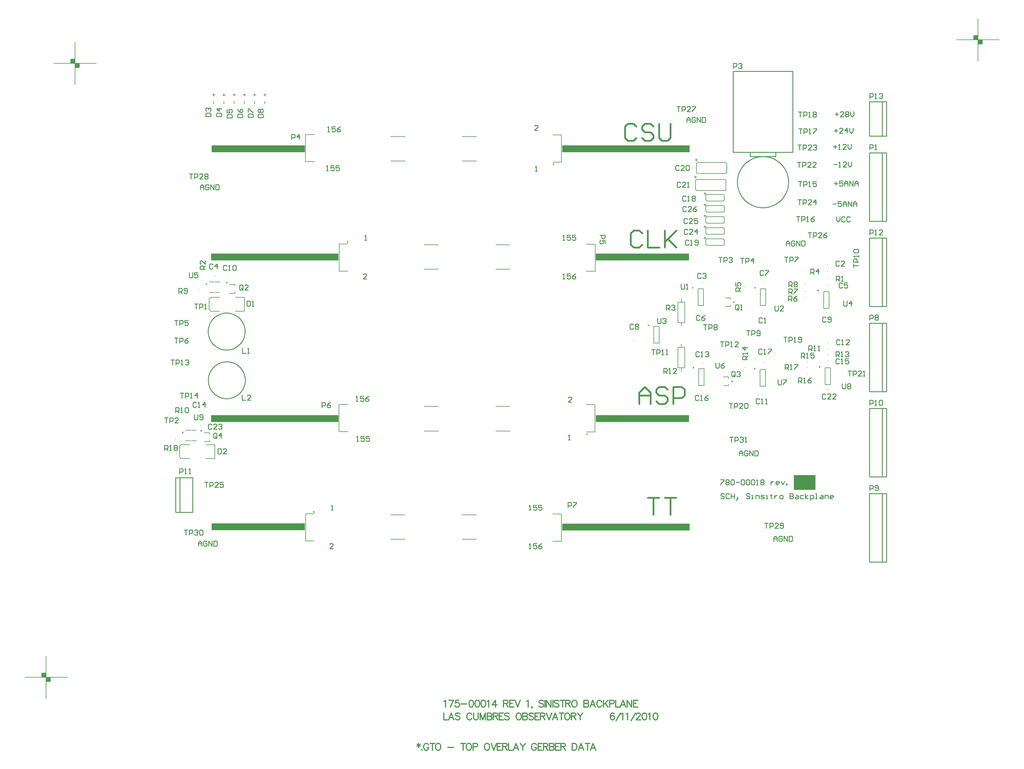
<source format=gto>
%FSLAX23Y23*%
%MOIN*%
G70*
G01*
G75*
G04 Layer_Color=65535*
%ADD10R,0.050X0.050*%
%ADD11R,0.078X0.048*%
%ADD12R,0.050X0.050*%
%ADD13R,0.135X0.070*%
%ADD14R,0.037X0.035*%
%ADD15R,0.037X0.035*%
%ADD16R,0.100X0.100*%
%ADD17R,0.067X0.067*%
%ADD18O,0.028X0.018*%
%ADD19O,0.098X0.028*%
%ADD20R,0.094X0.130*%
%ADD21R,0.709X0.020*%
%ADD22R,0.016X0.085*%
%ADD23R,0.070X0.135*%
%ADD24C,0.030*%
%ADD25C,0.010*%
%ADD26C,0.020*%
%ADD27C,0.012*%
%ADD28C,0.008*%
%ADD29C,0.012*%
%ADD30C,0.012*%
%ADD31C,0.059*%
%ADD32R,0.059X0.059*%
%ADD33C,0.055*%
%ADD34C,0.134*%
%ADD35C,0.050*%
G04:AMPARAMS|DCode=36|XSize=90mil|YSize=110mil|CornerRadius=0mil|HoleSize=0mil|Usage=FLASHONLY|Rotation=162.000|XOffset=0mil|YOffset=0mil|HoleType=Round|Shape=Round|*
%AMOVALD36*
21,1,0.020,0.090,0.000,0.000,252.0*
1,1,0.090,0.003,0.010*
1,1,0.090,-0.003,-0.010*
%
%ADD36OVALD36*%

G04:AMPARAMS|DCode=37|XSize=90mil|YSize=110mil|CornerRadius=0mil|HoleSize=0mil|Usage=FLASHONLY|Rotation=144.000|XOffset=0mil|YOffset=0mil|HoleType=Round|Shape=Round|*
%AMOVALD37*
21,1,0.020,0.090,0.000,0.000,234.0*
1,1,0.090,0.006,0.008*
1,1,0.090,-0.006,-0.008*
%
%ADD37OVALD37*%

G04:AMPARAMS|DCode=38|XSize=90mil|YSize=110mil|CornerRadius=0mil|HoleSize=0mil|Usage=FLASHONLY|Rotation=126.000|XOffset=0mil|YOffset=0mil|HoleType=Round|Shape=Round|*
%AMOVALD38*
21,1,0.020,0.090,0.000,0.000,216.0*
1,1,0.090,0.008,0.006*
1,1,0.090,-0.008,-0.006*
%
%ADD38OVALD38*%

G04:AMPARAMS|DCode=39|XSize=90mil|YSize=110mil|CornerRadius=0mil|HoleSize=0mil|Usage=FLASHONLY|Rotation=108.000|XOffset=0mil|YOffset=0mil|HoleType=Round|Shape=Round|*
%AMOVALD39*
21,1,0.020,0.090,0.000,0.000,198.0*
1,1,0.090,0.010,0.003*
1,1,0.090,-0.010,-0.003*
%
%ADD39OVALD39*%

%ADD40O,0.110X0.090*%
G04:AMPARAMS|DCode=41|XSize=90mil|YSize=110mil|CornerRadius=0mil|HoleSize=0mil|Usage=FLASHONLY|Rotation=72.000|XOffset=0mil|YOffset=0mil|HoleType=Round|Shape=Round|*
%AMOVALD41*
21,1,0.020,0.090,0.000,0.000,162.0*
1,1,0.090,0.010,-0.003*
1,1,0.090,-0.010,0.003*
%
%ADD41OVALD41*%

G04:AMPARAMS|DCode=42|XSize=90mil|YSize=110mil|CornerRadius=0mil|HoleSize=0mil|Usage=FLASHONLY|Rotation=54.000|XOffset=0mil|YOffset=0mil|HoleType=Round|Shape=Round|*
%AMOVALD42*
21,1,0.020,0.090,0.000,0.000,144.0*
1,1,0.090,0.008,-0.006*
1,1,0.090,-0.008,0.006*
%
%ADD42OVALD42*%

G04:AMPARAMS|DCode=43|XSize=90mil|YSize=110mil|CornerRadius=0mil|HoleSize=0mil|Usage=FLASHONLY|Rotation=36.000|XOffset=0mil|YOffset=0mil|HoleType=Round|Shape=Round|*
%AMOVALD43*
21,1,0.020,0.090,0.000,0.000,126.0*
1,1,0.090,0.006,-0.008*
1,1,0.090,-0.006,0.008*
%
%ADD43OVALD43*%

G04:AMPARAMS|DCode=44|XSize=90mil|YSize=110mil|CornerRadius=0mil|HoleSize=0mil|Usage=FLASHONLY|Rotation=18.000|XOffset=0mil|YOffset=0mil|HoleType=Round|Shape=Round|*
%AMOVALD44*
21,1,0.020,0.090,0.000,0.000,108.0*
1,1,0.090,0.003,-0.010*
1,1,0.090,-0.003,0.010*
%
%ADD44OVALD44*%

%ADD45O,0.090X0.110*%
G04:AMPARAMS|DCode=46|XSize=90mil|YSize=110mil|CornerRadius=0mil|HoleSize=0mil|Usage=FLASHONLY|Rotation=152.304|XOffset=0mil|YOffset=0mil|HoleType=Round|Shape=Round|*
%AMOVALD46*
21,1,0.020,0.090,0.000,0.000,242.3*
1,1,0.090,0.005,0.009*
1,1,0.090,-0.005,-0.009*
%
%ADD46OVALD46*%

G04:AMPARAMS|DCode=47|XSize=90mil|YSize=110mil|CornerRadius=0mil|HoleSize=0mil|Usage=FLASHONLY|Rotation=124.612|XOffset=0mil|YOffset=0mil|HoleType=Round|Shape=Round|*
%AMOVALD47*
21,1,0.020,0.090,0.000,0.000,214.6*
1,1,0.090,0.008,0.006*
1,1,0.090,-0.008,-0.006*
%
%ADD47OVALD47*%

G04:AMPARAMS|DCode=48|XSize=90mil|YSize=110mil|CornerRadius=0mil|HoleSize=0mil|Usage=FLASHONLY|Rotation=96.920|XOffset=0mil|YOffset=0mil|HoleType=Round|Shape=Round|*
%AMOVALD48*
21,1,0.020,0.090,0.000,0.000,186.9*
1,1,0.090,0.010,0.001*
1,1,0.090,-0.010,-0.001*
%
%ADD48OVALD48*%

G04:AMPARAMS|DCode=49|XSize=90mil|YSize=110mil|CornerRadius=0mil|HoleSize=0mil|Usage=FLASHONLY|Rotation=69.228|XOffset=0mil|YOffset=0mil|HoleType=Round|Shape=Round|*
%AMOVALD49*
21,1,0.020,0.090,0.000,0.000,159.2*
1,1,0.090,0.009,-0.004*
1,1,0.090,-0.009,0.004*
%
%ADD49OVALD49*%

G04:AMPARAMS|DCode=50|XSize=90mil|YSize=110mil|CornerRadius=0mil|HoleSize=0mil|Usage=FLASHONLY|Rotation=41.536|XOffset=0mil|YOffset=0mil|HoleType=Round|Shape=Round|*
%AMOVALD50*
21,1,0.020,0.090,0.000,0.000,131.5*
1,1,0.090,0.007,-0.007*
1,1,0.090,-0.007,0.007*
%
%ADD50OVALD50*%

G04:AMPARAMS|DCode=51|XSize=90mil|YSize=110mil|CornerRadius=0mil|HoleSize=0mil|Usage=FLASHONLY|Rotation=13.844|XOffset=0mil|YOffset=0mil|HoleType=Round|Shape=Round|*
%AMOVALD51*
21,1,0.020,0.090,0.000,0.000,103.8*
1,1,0.090,0.002,-0.010*
1,1,0.090,-0.002,0.010*
%
%ADD51OVALD51*%

G04:AMPARAMS|DCode=52|XSize=90mil|YSize=110mil|CornerRadius=0mil|HoleSize=0mil|Usage=FLASHONLY|Rotation=346.152|XOffset=0mil|YOffset=0mil|HoleType=Round|Shape=Round|*
%AMOVALD52*
21,1,0.020,0.090,0.000,0.000,76.2*
1,1,0.090,-0.002,-0.010*
1,1,0.090,0.002,0.010*
%
%ADD52OVALD52*%

G04:AMPARAMS|DCode=53|XSize=90mil|YSize=110mil|CornerRadius=0mil|HoleSize=0mil|Usage=FLASHONLY|Rotation=318.460|XOffset=0mil|YOffset=0mil|HoleType=Round|Shape=Round|*
%AMOVALD53*
21,1,0.020,0.090,0.000,0.000,48.5*
1,1,0.090,-0.007,-0.007*
1,1,0.090,0.007,0.007*
%
%ADD53OVALD53*%

G04:AMPARAMS|DCode=54|XSize=90mil|YSize=110mil|CornerRadius=0mil|HoleSize=0mil|Usage=FLASHONLY|Rotation=290.768|XOffset=0mil|YOffset=0mil|HoleType=Round|Shape=Round|*
%AMOVALD54*
21,1,0.020,0.090,0.000,0.000,20.8*
1,1,0.090,-0.009,-0.004*
1,1,0.090,0.009,0.004*
%
%ADD54OVALD54*%

G04:AMPARAMS|DCode=55|XSize=90mil|YSize=110mil|CornerRadius=0mil|HoleSize=0mil|Usage=FLASHONLY|Rotation=263.076|XOffset=0mil|YOffset=0mil|HoleType=Round|Shape=Round|*
%AMOVALD55*
21,1,0.020,0.090,0.000,0.000,353.1*
1,1,0.090,-0.010,0.001*
1,1,0.090,0.010,-0.001*
%
%ADD55OVALD55*%

G04:AMPARAMS|DCode=56|XSize=90mil|YSize=110mil|CornerRadius=0mil|HoleSize=0mil|Usage=FLASHONLY|Rotation=235.384|XOffset=0mil|YOffset=0mil|HoleType=Round|Shape=Round|*
%AMOVALD56*
21,1,0.020,0.090,0.000,0.000,325.4*
1,1,0.090,-0.008,0.006*
1,1,0.090,0.008,-0.006*
%
%ADD56OVALD56*%

G04:AMPARAMS|DCode=57|XSize=90mil|YSize=110mil|CornerRadius=0mil|HoleSize=0mil|Usage=FLASHONLY|Rotation=207.692|XOffset=0mil|YOffset=0mil|HoleType=Round|Shape=Round|*
%AMOVALD57*
21,1,0.020,0.090,0.000,0.000,297.7*
1,1,0.090,-0.005,0.009*
1,1,0.090,0.005,-0.009*
%
%ADD57OVALD57*%

G04:AMPARAMS|DCode=58|XSize=90mil|YSize=110mil|CornerRadius=0mil|HoleSize=0mil|Usage=FLASHONLY|Rotation=128.568|XOffset=0mil|YOffset=0mil|HoleType=Round|Shape=Round|*
%AMOVALD58*
21,1,0.020,0.090,0.000,0.000,218.6*
1,1,0.090,0.008,0.006*
1,1,0.090,-0.008,-0.006*
%
%ADD58OVALD58*%

G04:AMPARAMS|DCode=59|XSize=90mil|YSize=110mil|CornerRadius=0mil|HoleSize=0mil|Usage=FLASHONLY|Rotation=77.140|XOffset=0mil|YOffset=0mil|HoleType=Round|Shape=Round|*
%AMOVALD59*
21,1,0.020,0.090,0.000,0.000,167.1*
1,1,0.090,0.010,-0.002*
1,1,0.090,-0.010,0.002*
%
%ADD59OVALD59*%

G04:AMPARAMS|DCode=60|XSize=90mil|YSize=110mil|CornerRadius=0mil|HoleSize=0mil|Usage=FLASHONLY|Rotation=25.712|XOffset=0mil|YOffset=0mil|HoleType=Round|Shape=Round|*
%AMOVALD60*
21,1,0.020,0.090,0.000,0.000,115.7*
1,1,0.090,0.004,-0.009*
1,1,0.090,-0.004,0.009*
%
%ADD60OVALD60*%

G04:AMPARAMS|DCode=61|XSize=90mil|YSize=110mil|CornerRadius=0mil|HoleSize=0mil|Usage=FLASHONLY|Rotation=334.284|XOffset=0mil|YOffset=0mil|HoleType=Round|Shape=Round|*
%AMOVALD61*
21,1,0.020,0.090,0.000,0.000,64.3*
1,1,0.090,-0.004,-0.009*
1,1,0.090,0.004,0.009*
%
%ADD61OVALD61*%

G04:AMPARAMS|DCode=62|XSize=90mil|YSize=110mil|CornerRadius=0mil|HoleSize=0mil|Usage=FLASHONLY|Rotation=282.856|XOffset=0mil|YOffset=0mil|HoleType=Round|Shape=Round|*
%AMOVALD62*
21,1,0.020,0.090,0.000,0.000,12.9*
1,1,0.090,-0.010,-0.002*
1,1,0.090,0.010,0.002*
%
%ADD62OVALD62*%

G04:AMPARAMS|DCode=63|XSize=90mil|YSize=110mil|CornerRadius=0mil|HoleSize=0mil|Usage=FLASHONLY|Rotation=231.428|XOffset=0mil|YOffset=0mil|HoleType=Round|Shape=Round|*
%AMOVALD63*
21,1,0.020,0.090,0.000,0.000,321.4*
1,1,0.090,-0.008,0.006*
1,1,0.090,0.008,-0.006*
%
%ADD63OVALD63*%

%ADD64C,0.024*%
%ADD65C,0.028*%
%ADD66C,0.040*%
%ADD67C,0.075*%
%ADD68C,0.068*%
G04:AMPARAMS|DCode=69|XSize=87.559mil|YSize=87.559mil|CornerRadius=0mil|HoleSize=0mil|Usage=FLASHONLY|Rotation=0.000|XOffset=0mil|YOffset=0mil|HoleType=Round|Shape=Relief|Width=10mil|Gap=10mil|Entries=4|*
%AMTHD69*
7,0,0,0.088,0.068,0.010,45*
%
%ADD69THD69*%
%ADD70C,0.073*%
G04:AMPARAMS|DCode=71|XSize=93.465mil|YSize=93.465mil|CornerRadius=0mil|HoleSize=0mil|Usage=FLASHONLY|Rotation=0.000|XOffset=0mil|YOffset=0mil|HoleType=Round|Shape=Relief|Width=10mil|Gap=10mil|Entries=4|*
%AMTHD71*
7,0,0,0.093,0.073,0.010,45*
%
%ADD71THD71*%
G04:AMPARAMS|DCode=72|XSize=95.433mil|YSize=95.433mil|CornerRadius=0mil|HoleSize=0mil|Usage=FLASHONLY|Rotation=0.000|XOffset=0mil|YOffset=0mil|HoleType=Round|Shape=Relief|Width=10mil|Gap=10mil|Entries=4|*
%AMTHD72*
7,0,0,0.095,0.075,0.010,45*
%
%ADD72THD72*%
%ADD73C,0.071*%
%ADD74C,0.174*%
%ADD75C,0.065*%
G04:AMPARAMS|DCode=76|XSize=85mil|YSize=85mil|CornerRadius=0mil|HoleSize=0mil|Usage=FLASHONLY|Rotation=0.000|XOffset=0mil|YOffset=0mil|HoleType=Round|Shape=Relief|Width=10mil|Gap=10mil|Entries=4|*
%AMTHD76*
7,0,0,0.085,0.065,0.010,45*
%
%ADD76THD76*%
%ADD77C,0.110*%
G04:AMPARAMS|DCode=78|XSize=130mil|YSize=130mil|CornerRadius=0mil|HoleSize=0mil|Usage=FLASHONLY|Rotation=0.000|XOffset=0mil|YOffset=0mil|HoleType=Round|Shape=Relief|Width=10mil|Gap=10mil|Entries=4|*
%AMTHD78*
7,0,0,0.130,0.110,0.010,45*
%
%ADD78THD78*%
%ADD79C,0.053*%
G04:AMPARAMS|DCode=80|XSize=70mil|YSize=70mil|CornerRadius=0mil|HoleSize=0mil|Usage=FLASHONLY|Rotation=0.000|XOffset=0mil|YOffset=0mil|HoleType=Round|Shape=Relief|Width=10mil|Gap=10mil|Entries=4|*
%AMTHD80*
7,0,0,0.070,0.050,0.010,45*
%
%ADD80THD80*%
G04:AMPARAMS|DCode=81|XSize=73mil|YSize=73mil|CornerRadius=0mil|HoleSize=0mil|Usage=FLASHONLY|Rotation=0.000|XOffset=0mil|YOffset=0mil|HoleType=Round|Shape=Relief|Width=10mil|Gap=10mil|Entries=4|*
%AMTHD81*
7,0,0,0.073,0.053,0.010,45*
%
%ADD81THD81*%
%ADD82C,0.010*%
%ADD83C,0.010*%
%ADD84C,0.006*%
%ADD85C,0.007*%
%ADD86C,0.008*%
%ADD87R,1.096X0.079*%
%ADD88R,1.496X0.079*%
%ADD89R,0.257X0.178*%
D25*
X18341Y15538D02*
X18341Y15548D01*
X18340Y15558D01*
X18339Y15568D01*
X18338Y15578D01*
X18337Y15588D01*
X18335Y15598D01*
X18333Y15607D01*
X18330Y15617D01*
X18327Y15627D01*
X18324Y15636D01*
X18321Y15646D01*
X18317Y15655D01*
X18313Y15664D01*
X18309Y15673D01*
X18304Y15682D01*
X18299Y15691D01*
X18294Y15699D01*
X18288Y15708D01*
X18282Y15716D01*
X18276Y15724D01*
X18270Y15732D01*
X18263Y15739D01*
X18256Y15746D01*
X18249Y15754D01*
X18242Y15760D01*
X18234Y15767D01*
X18227Y15773D01*
X18219Y15779D01*
X18211Y15785D01*
X18202Y15791D01*
X18194Y15796D01*
X18185Y15801D01*
X18176Y15806D01*
X18167Y15810D01*
X18158Y15814D01*
X18149Y15818D01*
X18139Y15821D01*
X18130Y15824D01*
X18120Y15827D01*
X18110Y15830D01*
X18101Y15832D01*
X18091Y15834D01*
X18081Y15835D01*
X18071Y15836D01*
X18061Y15837D01*
X18051Y15838D01*
X18041Y15838D01*
X18031Y15838D01*
X18021Y15837D01*
X18011Y15836D01*
X18001Y15835D01*
X17991Y15834D01*
X17981Y15832D01*
X17971Y15830D01*
X17962Y15827D01*
X17952Y15824D01*
X17942Y15821D01*
X17933Y15818D01*
X17924Y15814D01*
X17915Y15810D01*
X17905Y15806D01*
X17897Y15801D01*
X17888Y15796D01*
X17879Y15791D01*
X17871Y15785D01*
X17863Y15779D01*
X17855Y15773D01*
X17847Y15767D01*
X17840Y15760D01*
X17832Y15754D01*
X17825Y15746D01*
X17818Y15739D01*
X17812Y15732D01*
X17805Y15724D01*
X17799Y15716D01*
X17793Y15708D01*
X17788Y15699D01*
X17783Y15691D01*
X17778Y15682D01*
X17773Y15673D01*
X17769Y15664D01*
X17765Y15655D01*
X17761Y15646D01*
X17757Y15636D01*
X17754Y15627D01*
X17751Y15617D01*
X17749Y15607D01*
X17747Y15598D01*
X17745Y15588D01*
X17743Y15578D01*
X17742Y15568D01*
X17741Y15558D01*
X17741Y15548D01*
X17741Y15538D01*
X17741Y15528D01*
X17741Y15518D01*
X17742Y15508D01*
X17743Y15498D01*
X17745Y15488D01*
X17747Y15478D01*
X17749Y15468D01*
X17751Y15459D01*
X17754Y15449D01*
X17757Y15439D01*
X17761Y15430D01*
X17765Y15421D01*
X17769Y15412D01*
X17773Y15403D01*
X17778Y15394D01*
X17783Y15385D01*
X17788Y15376D01*
X17793Y15368D01*
X17799Y15360D01*
X17805Y15352D01*
X17812Y15344D01*
X17818Y15337D01*
X17825Y15329D01*
X17832Y15322D01*
X17840Y15315D01*
X17847Y15309D01*
X17855Y15302D01*
X17863Y15296D01*
X17871Y15291D01*
X17879Y15285D01*
X17888Y15280D01*
X17897Y15275D01*
X17905Y15270D01*
X17915Y15266D01*
X17924Y15262D01*
X17933Y15258D01*
X17942Y15254D01*
X17952Y15251D01*
X17962Y15249D01*
X17971Y15246D01*
X17981Y15244D01*
X17991Y15242D01*
X18001Y15241D01*
X18011Y15239D01*
X18021Y15239D01*
X18031Y15238D01*
X18041Y15238D01*
X18051Y15238D01*
X18061Y15239D01*
X18071Y15239D01*
X18081Y15241D01*
X18091Y15242D01*
X18101Y15244D01*
X18110Y15246D01*
X18120Y15249D01*
X18130Y15251D01*
X18139Y15254D01*
X18149Y15258D01*
X18158Y15262D01*
X18167Y15266D01*
X18176Y15270D01*
X18185Y15275D01*
X18194Y15280D01*
X18202Y15285D01*
X18211Y15291D01*
X18219Y15296D01*
X18227Y15302D01*
X18234Y15309D01*
X18242Y15315D01*
X18249Y15322D01*
X18256Y15329D01*
X18263Y15337D01*
X18270Y15344D01*
X18276Y15352D01*
X18282Y15360D01*
X18288Y15368D01*
X18294Y15376D01*
X18299Y15385D01*
X18304Y15394D01*
X18309Y15403D01*
X18313Y15412D01*
X18317Y15421D01*
X18321Y15430D01*
X18324Y15439D01*
X18327Y15449D01*
X18330Y15459D01*
X18333Y15468D01*
X18335Y15478D01*
X18337Y15488D01*
X18338Y15498D01*
X18339Y15508D01*
X18340Y15518D01*
X18341Y15528D01*
X18341Y15538D01*
X11967Y13213D02*
X11967Y13223D01*
X11966Y13233D01*
X11965Y13243D01*
X11963Y13253D01*
X11961Y13262D01*
X11959Y13272D01*
X11956Y13282D01*
X11952Y13291D01*
X11949Y13300D01*
X11944Y13309D01*
X11940Y13318D01*
X11935Y13327D01*
X11929Y13335D01*
X11923Y13343D01*
X11917Y13351D01*
X11911Y13359D01*
X11904Y13366D01*
X11896Y13373D01*
X11889Y13380D01*
X11881Y13386D01*
X11873Y13392D01*
X11864Y13397D01*
X11856Y13402D01*
X11847Y13407D01*
X11838Y13411D01*
X11829Y13415D01*
X11819Y13418D01*
X11810Y13421D01*
X11800Y13424D01*
X11790Y13426D01*
X11780Y13427D01*
X11770Y13429D01*
X11760Y13429D01*
X11750Y13430D01*
X11740Y13429D01*
X11730Y13429D01*
X11720Y13427D01*
X11711Y13426D01*
X11701Y13424D01*
X11691Y13421D01*
X11682Y13418D01*
X11672Y13415D01*
X11663Y13411D01*
X11654Y13407D01*
X11645Y13402D01*
X11636Y13397D01*
X11628Y13392D01*
X11620Y13386D01*
X11612Y13380D01*
X11604Y13373D01*
X11597Y13366D01*
X11590Y13359D01*
X11584Y13351D01*
X11577Y13343D01*
X11572Y13335D01*
X11566Y13327D01*
X11561Y13318D01*
X11556Y13309D01*
X11552Y13300D01*
X11548Y13291D01*
X11545Y13282D01*
X11542Y13272D01*
X11539Y13262D01*
X11537Y13253D01*
X11536Y13243D01*
X11535Y13233D01*
X11534Y13223D01*
X11534Y13213D01*
X11534Y13203D01*
X11535Y13193D01*
X11536Y13183D01*
X11537Y13173D01*
X11539Y13163D01*
X11542Y13154D01*
X11545Y13144D01*
X11548Y13135D01*
X11552Y13125D01*
X11556Y13116D01*
X11561Y13107D01*
X11566Y13099D01*
X11572Y13090D01*
X11577Y13082D01*
X11584Y13074D01*
X11590Y13067D01*
X11597Y13060D01*
X11604Y13053D01*
X11612Y13046D01*
X11620Y13040D01*
X11628Y13034D01*
X11636Y13029D01*
X11645Y13024D01*
X11654Y13019D01*
X11663Y13015D01*
X11672Y13011D01*
X11682Y13007D01*
X11691Y13004D01*
X11701Y13002D01*
X11711Y13000D01*
X11720Y12998D01*
X11730Y12997D01*
X11740Y12996D01*
X11750Y12996D01*
X11760Y12996D01*
X11770Y12997D01*
X11780Y12998D01*
X11790Y13000D01*
X11800Y13002D01*
X11810Y13004D01*
X11819Y13007D01*
X11829Y13011D01*
X11838Y13015D01*
X11847Y13019D01*
X11856Y13024D01*
X11864Y13029D01*
X11873Y13034D01*
X11881Y13040D01*
X11889Y13046D01*
X11896Y13053D01*
X11904Y13060D01*
X11911Y13067D01*
X11917Y13074D01*
X11923Y13082D01*
X11929Y13090D01*
X11935Y13099D01*
X11940Y13107D01*
X11944Y13116D01*
X11949Y13125D01*
X11952Y13135D01*
X11956Y13144D01*
X11959Y13154D01*
X11961Y13163D01*
X11963Y13173D01*
X11965Y13183D01*
X11966Y13193D01*
X11967Y13203D01*
X11967Y13213D01*
X11965Y13784D02*
X11965Y13794D01*
X11964Y13804D01*
X11963Y13814D01*
X11961Y13824D01*
X11959Y13833D01*
X11957Y13843D01*
X11954Y13853D01*
X11950Y13862D01*
X11947Y13871D01*
X11942Y13880D01*
X11938Y13889D01*
X11933Y13898D01*
X11927Y13906D01*
X11921Y13914D01*
X11915Y13922D01*
X11909Y13930D01*
X11902Y13937D01*
X11894Y13944D01*
X11887Y13951D01*
X11879Y13957D01*
X11871Y13963D01*
X11862Y13968D01*
X11854Y13973D01*
X11845Y13978D01*
X11836Y13982D01*
X11827Y13986D01*
X11817Y13989D01*
X11808Y13992D01*
X11798Y13995D01*
X11788Y13997D01*
X11778Y13998D01*
X11768Y14000D01*
X11758Y14000D01*
X11748Y14001D01*
X11738Y14000D01*
X11728Y14000D01*
X11718Y13998D01*
X11709Y13997D01*
X11699Y13995D01*
X11689Y13992D01*
X11680Y13989D01*
X11670Y13986D01*
X11661Y13982D01*
X11652Y13978D01*
X11643Y13973D01*
X11634Y13968D01*
X11626Y13963D01*
X11618Y13957D01*
X11610Y13951D01*
X11602Y13944D01*
X11595Y13937D01*
X11588Y13930D01*
X11582Y13922D01*
X11575Y13914D01*
X11570Y13906D01*
X11564Y13898D01*
X11559Y13889D01*
X11554Y13880D01*
X11550Y13871D01*
X11546Y13862D01*
X11543Y13853D01*
X11540Y13843D01*
X11537Y13833D01*
X11535Y13824D01*
X11534Y13814D01*
X11533Y13804D01*
X11532Y13794D01*
X11532Y13784D01*
X11532Y13774D01*
X11533Y13764D01*
X11534Y13754D01*
X11535Y13744D01*
X11537Y13734D01*
X11540Y13725D01*
X11543Y13715D01*
X11546Y13706D01*
X11550Y13696D01*
X11554Y13687D01*
X11559Y13678D01*
X11564Y13670D01*
X11570Y13661D01*
X11575Y13653D01*
X11582Y13645D01*
X11588Y13638D01*
X11595Y13631D01*
X11602Y13624D01*
X11610Y13617D01*
X11618Y13611D01*
X11626Y13605D01*
X11634Y13600D01*
X11643Y13595D01*
X11652Y13590D01*
X11661Y13586D01*
X11670Y13582D01*
X11680Y13578D01*
X11689Y13575D01*
X11699Y13573D01*
X11709Y13571D01*
X11718Y13569D01*
X11728Y13568D01*
X11738Y13567D01*
X11748Y13567D01*
X11758Y13567D01*
X11768Y13568D01*
X11778Y13569D01*
X11788Y13571D01*
X11798Y13573D01*
X11808Y13575D01*
X11817Y13578D01*
X11827Y13582D01*
X11836Y13586D01*
X11845Y13590D01*
X11854Y13595D01*
X11862Y13600D01*
X11871Y13605D01*
X11879Y13611D01*
X11887Y13617D01*
X11894Y13624D01*
X11902Y13631D01*
X11909Y13638D01*
X11915Y13645D01*
X11921Y13653D01*
X11927Y13661D01*
X11933Y13670D01*
X11938Y13678D01*
X11942Y13687D01*
X11947Y13696D01*
X11950Y13706D01*
X11954Y13715D01*
X11957Y13725D01*
X11959Y13734D01*
X11961Y13744D01*
X11963Y13754D01*
X11964Y13764D01*
X11965Y13774D01*
X11965Y13784D01*
X19490Y14078D02*
Y14883D01*
X19290Y14078D02*
Y14883D01*
X19490D01*
X19290Y14078D02*
X19490D01*
X19440D02*
Y14883D01*
X11150Y11663D02*
Y12068D01*
X11350Y11663D02*
Y12068D01*
X11150Y11663D02*
X11350D01*
X11150Y12068D02*
X11350D01*
X11200Y11663D02*
Y12068D01*
X19490Y12078D02*
Y12883D01*
X19290Y12078D02*
Y12883D01*
X19490D01*
X19290Y12078D02*
X19490D01*
X19440D02*
Y12883D01*
X19490Y13078D02*
Y13883D01*
X19290Y13078D02*
Y13883D01*
X19490D01*
X19290Y13078D02*
X19490D01*
X19440D02*
Y13883D01*
X19490Y11078D02*
Y11883D01*
X19290Y11078D02*
Y11883D01*
X19490D01*
X19290Y11078D02*
X19490D01*
X19440D02*
Y11883D01*
X17891Y15888D02*
X18191D01*
X18391D01*
X18191Y15838D02*
Y15888D01*
X17691D02*
X17891D01*
X18341Y16838D02*
X18391D01*
Y15888D02*
Y16838D01*
X17691Y15888D02*
Y16838D01*
X18341D01*
X17891Y15838D02*
X18191D01*
X17891D02*
Y15888D01*
X19490Y15078D02*
Y15883D01*
X19290Y15078D02*
Y15883D01*
X19490D01*
X19290Y15078D02*
X19490D01*
X19440D02*
Y15883D01*
X19490Y16078D02*
Y16483D01*
X19290Y16078D02*
Y16483D01*
X19490D01*
X19290Y16078D02*
X19490D01*
X19440D02*
Y16483D01*
X18035Y13935D02*
X18025Y13945D01*
X18005D01*
X17995Y13935D01*
Y13895D01*
X18005Y13885D01*
X18025D01*
X18035Y13895D01*
X18055Y13885D02*
X18075D01*
X18065D01*
Y13945D01*
X18055Y13935D01*
X18938Y14602D02*
X18928Y14612D01*
X18908D01*
X18898Y14602D01*
Y14562D01*
X18908Y14552D01*
X18928D01*
X18938Y14562D01*
X18998Y14552D02*
X18958D01*
X18998Y14592D01*
Y14602D01*
X18988Y14612D01*
X18968D01*
X18958Y14602D01*
X17315Y14459D02*
X17305Y14469D01*
X17285D01*
X17275Y14459D01*
Y14419D01*
X17285Y14409D01*
X17305D01*
X17315Y14419D01*
X17335Y14459D02*
X17345Y14469D01*
X17365D01*
X17375Y14459D01*
Y14449D01*
X17365Y14439D01*
X17355D01*
X17365D01*
X17375Y14429D01*
Y14419D01*
X17365Y14409D01*
X17345D01*
X17335Y14419D01*
X11587Y14567D02*
X11577Y14577D01*
X11557D01*
X11547Y14567D01*
Y14527D01*
X11557Y14517D01*
X11577D01*
X11587Y14527D01*
X11637Y14517D02*
Y14577D01*
X11607Y14547D01*
X11647D01*
X18973Y14344D02*
X18963Y14354D01*
X18943D01*
X18933Y14344D01*
Y14304D01*
X18943Y14294D01*
X18963D01*
X18973Y14304D01*
X19033Y14354D02*
X18993D01*
Y14324D01*
X19013Y14334D01*
X19023D01*
X19033Y14324D01*
Y14304D01*
X19023Y14294D01*
X19003D01*
X18993Y14304D01*
X17301Y13966D02*
X17291Y13976D01*
X17271D01*
X17261Y13966D01*
Y13926D01*
X17271Y13916D01*
X17291D01*
X17301Y13926D01*
X17361Y13976D02*
X17341Y13966D01*
X17321Y13946D01*
Y13926D01*
X17331Y13916D01*
X17351D01*
X17361Y13926D01*
Y13936D01*
X17351Y13946D01*
X17321D01*
X18046Y14492D02*
X18036Y14502D01*
X18016D01*
X18006Y14492D01*
Y14452D01*
X18016Y14442D01*
X18036D01*
X18046Y14452D01*
X18066Y14502D02*
X18106D01*
Y14492D01*
X18066Y14452D01*
Y14442D01*
X16520Y13861D02*
X16510Y13871D01*
X16490D01*
X16480Y13861D01*
Y13821D01*
X16490Y13811D01*
X16510D01*
X16520Y13821D01*
X16540Y13861D02*
X16550Y13871D01*
X16570D01*
X16580Y13861D01*
Y13851D01*
X16570Y13841D01*
X16580Y13831D01*
Y13821D01*
X16570Y13811D01*
X16550D01*
X16540Y13821D01*
Y13831D01*
X16550Y13841D01*
X16540Y13851D01*
Y13861D01*
X16550Y13841D02*
X16570D01*
X18782Y13946D02*
X18772Y13956D01*
X18752D01*
X18742Y13946D01*
Y13906D01*
X18752Y13896D01*
X18772D01*
X18782Y13906D01*
X18802D02*
X18812Y13896D01*
X18832D01*
X18842Y13906D01*
Y13946D01*
X18832Y13956D01*
X18812D01*
X18802Y13946D01*
Y13936D01*
X18812Y13926D01*
X18842D01*
X11752Y14550D02*
X11742Y14560D01*
X11722D01*
X11712Y14550D01*
Y14510D01*
X11722Y14500D01*
X11742D01*
X11752Y14510D01*
X11772Y14500D02*
X11792D01*
X11782D01*
Y14560D01*
X11772Y14550D01*
X11822D02*
X11832Y14560D01*
X11852D01*
X11862Y14550D01*
Y14510D01*
X11852Y14500D01*
X11832D01*
X11822Y14510D01*
Y14550D01*
X18001Y12984D02*
X17991Y12994D01*
X17971D01*
X17961Y12984D01*
Y12944D01*
X17971Y12934D01*
X17991D01*
X18001Y12944D01*
X18021Y12934D02*
X18041D01*
X18031D01*
Y12994D01*
X18021Y12984D01*
X18071Y12934D02*
X18091D01*
X18081D01*
Y12994D01*
X18071Y12984D01*
X18943Y13677D02*
X18933Y13687D01*
X18913D01*
X18903Y13677D01*
Y13637D01*
X18913Y13627D01*
X18933D01*
X18943Y13637D01*
X18963Y13627D02*
X18983D01*
X18973D01*
Y13687D01*
X18963Y13677D01*
X19053Y13627D02*
X19013D01*
X19053Y13667D01*
Y13677D01*
X19043Y13687D01*
X19023D01*
X19013Y13677D01*
X17295Y13537D02*
X17285Y13547D01*
X17265D01*
X17255Y13537D01*
Y13497D01*
X17265Y13487D01*
X17285D01*
X17295Y13497D01*
X17315Y13487D02*
X17335D01*
X17325D01*
Y13547D01*
X17315Y13537D01*
X17365D02*
X17375Y13547D01*
X17395D01*
X17405Y13537D01*
Y13527D01*
X17395Y13517D01*
X17385D01*
X17395D01*
X17405Y13507D01*
Y13497D01*
X17395Y13487D01*
X17375D01*
X17365Y13497D01*
X11393Y12945D02*
X11383Y12955D01*
X11363D01*
X11353Y12945D01*
Y12905D01*
X11363Y12895D01*
X11383D01*
X11393Y12905D01*
X11413Y12895D02*
X11433D01*
X11423D01*
Y12955D01*
X11413Y12945D01*
X11493Y12895D02*
Y12955D01*
X11463Y12925D01*
X11503D01*
X18939Y13455D02*
X18929Y13465D01*
X18909D01*
X18899Y13455D01*
Y13415D01*
X18909Y13405D01*
X18929D01*
X18939Y13415D01*
X18959Y13405D02*
X18979D01*
X18969D01*
Y13465D01*
X18959Y13455D01*
X19049Y13465D02*
X19009D01*
Y13435D01*
X19029Y13445D01*
X19039D01*
X19049Y13435D01*
Y13415D01*
X19039Y13405D01*
X19019D01*
X19009Y13415D01*
X17288Y13024D02*
X17278Y13034D01*
X17258D01*
X17248Y13024D01*
Y12984D01*
X17258Y12974D01*
X17278D01*
X17288Y12984D01*
X17308Y12974D02*
X17328D01*
X17318D01*
Y13034D01*
X17308Y13024D01*
X17398Y13034D02*
X17378Y13024D01*
X17358Y13004D01*
Y12984D01*
X17368Y12974D01*
X17388D01*
X17398Y12984D01*
Y12994D01*
X17388Y13004D01*
X17358D01*
X18030Y13568D02*
X18020Y13578D01*
X18000D01*
X17990Y13568D01*
Y13528D01*
X18000Y13518D01*
X18020D01*
X18030Y13528D01*
X18050Y13518D02*
X18070D01*
X18060D01*
Y13578D01*
X18050Y13568D01*
X18100Y13578D02*
X18140D01*
Y13568D01*
X18100Y13528D01*
Y13518D01*
X17136Y15365D02*
X17126Y15375D01*
X17106D01*
X17096Y15365D01*
Y15325D01*
X17106Y15315D01*
X17126D01*
X17136Y15325D01*
X17156Y15315D02*
X17176D01*
X17166D01*
Y15375D01*
X17156Y15365D01*
X17206D02*
X17216Y15375D01*
X17236D01*
X17246Y15365D01*
Y15355D01*
X17236Y15345D01*
X17246Y15335D01*
Y15325D01*
X17236Y15315D01*
X17216D01*
X17206Y15325D01*
Y15335D01*
X17216Y15345D01*
X17206Y15355D01*
Y15365D01*
X17216Y15345D02*
X17236D01*
X17171Y14848D02*
X17161Y14858D01*
X17141D01*
X17131Y14848D01*
Y14808D01*
X17141Y14798D01*
X17161D01*
X17171Y14808D01*
X17191Y14798D02*
X17211D01*
X17201D01*
Y14858D01*
X17191Y14848D01*
X17241Y14808D02*
X17251Y14798D01*
X17271D01*
X17281Y14808D01*
Y14848D01*
X17271Y14858D01*
X17251D01*
X17241Y14848D01*
Y14838D01*
X17251Y14828D01*
X17281D01*
X17057Y15725D02*
X17047Y15735D01*
X17027D01*
X17017Y15725D01*
Y15685D01*
X17027Y15675D01*
X17047D01*
X17057Y15685D01*
X17117Y15675D02*
X17077D01*
X17117Y15715D01*
Y15725D01*
X17107Y15735D01*
X17087D01*
X17077Y15725D01*
X17137D02*
X17147Y15735D01*
X17167D01*
X17177Y15725D01*
Y15685D01*
X17167Y15675D01*
X17147D01*
X17137Y15685D01*
Y15725D01*
X17073Y15527D02*
X17063Y15537D01*
X17043D01*
X17033Y15527D01*
Y15487D01*
X17043Y15477D01*
X17063D01*
X17073Y15487D01*
X17133Y15477D02*
X17093D01*
X17133Y15517D01*
Y15527D01*
X17123Y15537D01*
X17103D01*
X17093Y15527D01*
X17153Y15477D02*
X17173D01*
X17163D01*
Y15537D01*
X17153Y15527D01*
X18777Y13040D02*
X18767Y13050D01*
X18747D01*
X18737Y13040D01*
Y13000D01*
X18747Y12990D01*
X18767D01*
X18777Y13000D01*
X18837Y12990D02*
X18797D01*
X18837Y13030D01*
Y13040D01*
X18827Y13050D01*
X18807D01*
X18797Y13040D01*
X18897Y12990D02*
X18857D01*
X18897Y13030D01*
Y13040D01*
X18887Y13050D01*
X18867D01*
X18857Y13040D01*
X11575Y12687D02*
X11565Y12697D01*
X11545D01*
X11535Y12687D01*
Y12647D01*
X11545Y12637D01*
X11565D01*
X11575Y12647D01*
X11635Y12637D02*
X11595D01*
X11635Y12677D01*
Y12687D01*
X11625Y12697D01*
X11605D01*
X11595Y12687D01*
X11655D02*
X11665Y12697D01*
X11685D01*
X11695Y12687D01*
Y12677D01*
X11685Y12667D01*
X11675D01*
X11685D01*
X11695Y12657D01*
Y12647D01*
X11685Y12637D01*
X11665D01*
X11655Y12647D01*
X17156Y14974D02*
X17146Y14984D01*
X17126D01*
X17116Y14974D01*
Y14934D01*
X17126Y14924D01*
X17146D01*
X17156Y14934D01*
X17216Y14924D02*
X17176D01*
X17216Y14964D01*
Y14974D01*
X17206Y14984D01*
X17186D01*
X17176Y14974D01*
X17266Y14924D02*
Y14984D01*
X17236Y14954D01*
X17276D01*
X17155Y15103D02*
X17145Y15113D01*
X17125D01*
X17115Y15103D01*
Y15063D01*
X17125Y15053D01*
X17145D01*
X17155Y15063D01*
X17215Y15053D02*
X17175D01*
X17215Y15093D01*
Y15103D01*
X17205Y15113D01*
X17185D01*
X17175Y15103D01*
X17275Y15113D02*
X17235D01*
Y15083D01*
X17255Y15093D01*
X17265D01*
X17275Y15083D01*
Y15063D01*
X17265Y15053D01*
X17245D01*
X17235Y15063D01*
X17140Y15241D02*
X17130Y15251D01*
X17110D01*
X17100Y15241D01*
Y15201D01*
X17110Y15191D01*
X17130D01*
X17140Y15201D01*
X17200Y15191D02*
X17160D01*
X17200Y15231D01*
Y15241D01*
X17190Y15251D01*
X17170D01*
X17160Y15241D01*
X17260Y15251D02*
X17240Y15241D01*
X17220Y15221D01*
Y15201D01*
X17230Y15191D01*
X17250D01*
X17260Y15201D01*
Y15211D01*
X17250Y15221D01*
X17220D01*
X11989Y14141D02*
Y14081D01*
X12019D01*
X12029Y14091D01*
Y14131D01*
X12019Y14141D01*
X11989D01*
X12049Y14081D02*
X12069D01*
X12059D01*
Y14141D01*
X12049Y14131D01*
X11647Y12409D02*
Y12349D01*
X11677D01*
X11687Y12359D01*
Y12399D01*
X11677Y12409D01*
X11647D01*
X11747Y12349D02*
X11707D01*
X11747Y12389D01*
Y12399D01*
X11737Y12409D01*
X11717D01*
X11707Y12399D01*
X11504Y16308D02*
X11564D01*
Y16338D01*
X11554Y16348D01*
X11514D01*
X11504Y16338D01*
Y16308D01*
X11514Y16368D02*
X11504Y16378D01*
Y16398D01*
X11514Y16408D01*
X11524D01*
X11534Y16398D01*
Y16388D01*
Y16398D01*
X11544Y16408D01*
X11554D01*
X11564Y16398D01*
Y16378D01*
X11554Y16368D01*
X11632Y16308D02*
X11692D01*
Y16338D01*
X11682Y16348D01*
X11642D01*
X11632Y16338D01*
Y16308D01*
X11692Y16398D02*
X11632D01*
X11662Y16368D01*
Y16408D01*
X11754Y16292D02*
X11814D01*
Y16322D01*
X11804Y16332D01*
X11764D01*
X11754Y16322D01*
Y16292D01*
Y16392D02*
Y16352D01*
X11784D01*
X11774Y16372D01*
Y16382D01*
X11784Y16392D01*
X11804D01*
X11814Y16382D01*
Y16362D01*
X11804Y16352D01*
X11878Y16296D02*
X11938D01*
Y16326D01*
X11928Y16336D01*
X11888D01*
X11878Y16326D01*
Y16296D01*
Y16396D02*
X11888Y16376D01*
X11908Y16356D01*
X11928D01*
X11938Y16366D01*
Y16386D01*
X11928Y16396D01*
X11918D01*
X11908Y16386D01*
Y16356D01*
X12000Y16298D02*
X12060D01*
Y16328D01*
X12050Y16338D01*
X12010D01*
X12000Y16328D01*
Y16298D01*
Y16358D02*
Y16398D01*
X12010D01*
X12050Y16358D01*
X12060D01*
X12119Y16296D02*
X12179D01*
Y16326D01*
X12169Y16336D01*
X12129D01*
X12119Y16326D01*
Y16296D01*
X12129Y16356D02*
X12119Y16366D01*
Y16386D01*
X12129Y16396D01*
X12139D01*
X12149Y16386D01*
X12159Y16396D01*
X12169D01*
X12179Y16386D01*
Y16366D01*
X12169Y16356D01*
X12159D01*
X12149Y16366D01*
X12139Y16356D01*
X12129D01*
X12149Y16366D02*
Y16386D01*
X11934Y13588D02*
Y13528D01*
X11974D01*
X11994D02*
X12014D01*
X12004D01*
Y13588D01*
X11994Y13578D01*
X11931Y13039D02*
Y12979D01*
X11971D01*
X12031D02*
X11991D01*
X12031Y13019D01*
Y13029D01*
X12021Y13039D01*
X12001D01*
X11991Y13029D01*
X19295Y15917D02*
Y15977D01*
X19325D01*
X19335Y15967D01*
Y15947D01*
X19325Y15937D01*
X19295D01*
X19355Y15917D02*
X19375D01*
X19365D01*
Y15977D01*
X19355Y15967D01*
X17695Y16872D02*
Y16932D01*
X17725D01*
X17735Y16922D01*
Y16902D01*
X17725Y16892D01*
X17695D01*
X17755Y16922D02*
X17765Y16932D01*
X17785D01*
X17795Y16922D01*
Y16912D01*
X17785Y16902D01*
X17775D01*
X17785D01*
X17795Y16892D01*
Y16882D01*
X17785Y16872D01*
X17765D01*
X17755Y16882D01*
X12512Y16039D02*
Y16099D01*
X12542D01*
X12552Y16089D01*
Y16069D01*
X12542Y16059D01*
X12512D01*
X12602Y16039D02*
Y16099D01*
X12572Y16069D01*
X12612D01*
X12868Y12890D02*
Y12950D01*
X12898D01*
X12908Y12940D01*
Y12920D01*
X12898Y12910D01*
X12868D01*
X12968Y12950D02*
X12948Y12940D01*
X12928Y12920D01*
Y12900D01*
X12938Y12890D01*
X12958D01*
X12968Y12900D01*
Y12910D01*
X12958Y12920D01*
X12928D01*
X16127Y14914D02*
X16187D01*
Y14884D01*
X16177Y14874D01*
X16157D01*
X16147Y14884D01*
Y14914D01*
X16187Y14814D02*
Y14854D01*
X16157D01*
X16167Y14834D01*
Y14824D01*
X16157Y14814D01*
X16137D01*
X16127Y14824D01*
Y14844D01*
X16137Y14854D01*
X15754Y11719D02*
Y11779D01*
X15784D01*
X15794Y11769D01*
Y11749D01*
X15784Y11739D01*
X15754D01*
X15814Y11779D02*
X15854D01*
Y11769D01*
X15814Y11729D01*
Y11719D01*
X19295Y13917D02*
Y13977D01*
X19325D01*
X19335Y13967D01*
Y13947D01*
X19325Y13937D01*
X19295D01*
X19355Y13967D02*
X19365Y13977D01*
X19385D01*
X19395Y13967D01*
Y13957D01*
X19385Y13947D01*
X19395Y13937D01*
Y13927D01*
X19385Y13917D01*
X19365D01*
X19355Y13927D01*
Y13937D01*
X19365Y13947D01*
X19355Y13957D01*
Y13967D01*
X19365Y13947D02*
X19385D01*
X19295Y11917D02*
Y11977D01*
X19325D01*
X19335Y11967D01*
Y11947D01*
X19325Y11937D01*
X19295D01*
X19355Y11927D02*
X19365Y11917D01*
X19385D01*
X19395Y11927D01*
Y11967D01*
X19385Y11977D01*
X19365D01*
X19355Y11967D01*
Y11957D01*
X19365Y11947D01*
X19395D01*
X19295Y12917D02*
Y12977D01*
X19325D01*
X19335Y12967D01*
Y12947D01*
X19325Y12937D01*
X19295D01*
X19355Y12917D02*
X19375D01*
X19365D01*
Y12977D01*
X19355Y12967D01*
X19405D02*
X19415Y12977D01*
X19435D01*
X19445Y12967D01*
Y12927D01*
X19435Y12917D01*
X19415D01*
X19405Y12927D01*
Y12967D01*
X11199Y12115D02*
Y12175D01*
X11229D01*
X11239Y12165D01*
Y12145D01*
X11229Y12135D01*
X11199D01*
X11259Y12115D02*
X11279D01*
X11269D01*
Y12175D01*
X11259Y12165D01*
X11309Y12115D02*
X11329D01*
X11319D01*
Y12175D01*
X11309Y12165D01*
X19295Y14917D02*
Y14977D01*
X19325D01*
X19335Y14967D01*
Y14947D01*
X19325Y14937D01*
X19295D01*
X19355Y14917D02*
X19375D01*
X19365D01*
Y14977D01*
X19355Y14967D01*
X19445Y14917D02*
X19405D01*
X19445Y14957D01*
Y14967D01*
X19435Y14977D01*
X19415D01*
X19405Y14967D01*
X17756Y14049D02*
Y14089D01*
X17746Y14099D01*
X17726D01*
X17716Y14089D01*
Y14049D01*
X17726Y14039D01*
X17746D01*
X17736Y14059D02*
X17756Y14039D01*
X17746D02*
X17756Y14049D01*
X17776Y14039D02*
X17796D01*
X17786D01*
Y14099D01*
X17776Y14089D01*
X11941Y14283D02*
Y14323D01*
X11931Y14333D01*
X11911D01*
X11901Y14323D01*
Y14283D01*
X11911Y14273D01*
X11931D01*
X11921Y14293D02*
X11941Y14273D01*
X11931D02*
X11941Y14283D01*
X12001Y14273D02*
X11961D01*
X12001Y14313D01*
Y14323D01*
X11991Y14333D01*
X11971D01*
X11961Y14323D01*
X17713Y13266D02*
Y13306D01*
X17703Y13316D01*
X17683D01*
X17673Y13306D01*
Y13266D01*
X17683Y13256D01*
X17703D01*
X17693Y13276D02*
X17713Y13256D01*
X17703D02*
X17713Y13266D01*
X17733Y13306D02*
X17743Y13316D01*
X17763D01*
X17773Y13306D01*
Y13296D01*
X17763Y13286D01*
X17753D01*
X17763D01*
X17773Y13276D01*
Y13266D01*
X17763Y13256D01*
X17743D01*
X17733Y13266D01*
X11633Y12543D02*
Y12583D01*
X11623Y12593D01*
X11603D01*
X11593Y12583D01*
Y12543D01*
X11603Y12533D01*
X11623D01*
X11613Y12553D02*
X11633Y12533D01*
X11623D02*
X11633Y12543D01*
X11683Y12533D02*
Y12593D01*
X11653Y12563D01*
X11693D01*
X18902Y14375D02*
Y14435D01*
X18932D01*
X18942Y14425D01*
Y14405D01*
X18932Y14395D01*
X18902D01*
X18922D02*
X18942Y14375D01*
X18962D02*
X18982D01*
X18972D01*
Y14435D01*
X18962Y14425D01*
X11498Y14515D02*
X11438D01*
Y14545D01*
X11448Y14555D01*
X11468D01*
X11478Y14545D01*
Y14515D01*
Y14535D02*
X11498Y14555D01*
Y14615D02*
Y14575D01*
X11458Y14615D01*
X11448D01*
X11438Y14605D01*
Y14585D01*
X11448Y14575D01*
X16907Y14034D02*
Y14094D01*
X16937D01*
X16947Y14084D01*
Y14064D01*
X16937Y14054D01*
X16907D01*
X16927D02*
X16947Y14034D01*
X16967Y14084D02*
X16977Y14094D01*
X16997D01*
X17007Y14084D01*
Y14074D01*
X16997Y14064D01*
X16987D01*
X16997D01*
X17007Y14054D01*
Y14044D01*
X16997Y14034D01*
X16977D01*
X16967Y14044D01*
X18601Y14458D02*
Y14518D01*
X18631D01*
X18641Y14508D01*
Y14488D01*
X18631Y14478D01*
X18601D01*
X18621D02*
X18641Y14458D01*
X18691D02*
Y14518D01*
X18661Y14488D01*
X18701D01*
X17782Y14257D02*
X17722D01*
Y14287D01*
X17732Y14297D01*
X17752D01*
X17762Y14287D01*
Y14257D01*
Y14277D02*
X17782Y14297D01*
X17722Y14357D02*
Y14317D01*
X17752D01*
X17742Y14337D01*
Y14347D01*
X17752Y14357D01*
X17772D01*
X17782Y14347D01*
Y14327D01*
X17772Y14317D01*
X18342Y14140D02*
Y14200D01*
X18372D01*
X18382Y14190D01*
Y14170D01*
X18372Y14160D01*
X18342D01*
X18362D02*
X18382Y14140D01*
X18442Y14200D02*
X18422Y14190D01*
X18402Y14170D01*
Y14150D01*
X18412Y14140D01*
X18432D01*
X18442Y14150D01*
Y14160D01*
X18432Y14170D01*
X18402D01*
X18343Y14224D02*
Y14284D01*
X18373D01*
X18383Y14274D01*
Y14254D01*
X18373Y14244D01*
X18343D01*
X18363D02*
X18383Y14224D01*
X18403Y14284D02*
X18443D01*
Y14274D01*
X18403Y14234D01*
Y14224D01*
X18343Y14309D02*
Y14369D01*
X18373D01*
X18383Y14359D01*
Y14339D01*
X18373Y14329D01*
X18343D01*
X18363D02*
X18383Y14309D01*
X18403Y14359D02*
X18413Y14369D01*
X18433D01*
X18443Y14359D01*
Y14349D01*
X18433Y14339D01*
X18443Y14329D01*
Y14319D01*
X18433Y14309D01*
X18413D01*
X18403Y14319D01*
Y14329D01*
X18413Y14339D01*
X18403Y14349D01*
Y14359D01*
X18413Y14339D02*
X18433D01*
X11188Y14231D02*
Y14291D01*
X11218D01*
X11228Y14281D01*
Y14261D01*
X11218Y14251D01*
X11188D01*
X11208D02*
X11228Y14231D01*
X11248Y14241D02*
X11258Y14231D01*
X11278D01*
X11288Y14241D01*
Y14281D01*
X11278Y14291D01*
X11258D01*
X11248Y14281D01*
Y14271D01*
X11258Y14261D01*
X11288D01*
X11152Y12833D02*
Y12893D01*
X11182D01*
X11192Y12883D01*
Y12863D01*
X11182Y12853D01*
X11152D01*
X11172D02*
X11192Y12833D01*
X11212D02*
X11232D01*
X11222D01*
Y12893D01*
X11212Y12883D01*
X11262D02*
X11272Y12893D01*
X11292D01*
X11302Y12883D01*
Y12843D01*
X11292Y12833D01*
X11272D01*
X11262Y12843D01*
Y12883D01*
X18577Y13558D02*
Y13618D01*
X18607D01*
X18617Y13608D01*
Y13588D01*
X18607Y13578D01*
X18577D01*
X18597D02*
X18617Y13558D01*
X18637D02*
X18657D01*
X18647D01*
Y13618D01*
X18637Y13608D01*
X18687Y13558D02*
X18707D01*
X18697D01*
Y13618D01*
X18687Y13608D01*
X16877Y13291D02*
Y13351D01*
X16907D01*
X16917Y13341D01*
Y13321D01*
X16907Y13311D01*
X16877D01*
X16897D02*
X16917Y13291D01*
X16937D02*
X16957D01*
X16947D01*
Y13351D01*
X16937Y13341D01*
X17027Y13291D02*
X16987D01*
X17027Y13331D01*
Y13341D01*
X17017Y13351D01*
X16997D01*
X16987Y13341D01*
X18898Y13488D02*
Y13548D01*
X18928D01*
X18938Y13538D01*
Y13518D01*
X18928Y13508D01*
X18898D01*
X18918D02*
X18938Y13488D01*
X18958D02*
X18978D01*
X18968D01*
Y13548D01*
X18958Y13538D01*
X19008D02*
X19018Y13548D01*
X19038D01*
X19048Y13538D01*
Y13528D01*
X19038Y13518D01*
X19028D01*
X19038D01*
X19048Y13508D01*
Y13498D01*
X19038Y13488D01*
X19018D01*
X19008Y13498D01*
X17862Y13454D02*
X17802D01*
Y13484D01*
X17812Y13494D01*
X17832D01*
X17842Y13484D01*
Y13454D01*
Y13474D02*
X17862Y13494D01*
Y13514D02*
Y13534D01*
Y13524D01*
X17802D01*
X17812Y13514D01*
X17862Y13594D02*
X17802D01*
X17832Y13564D01*
Y13604D01*
X18490Y13472D02*
Y13532D01*
X18520D01*
X18530Y13522D01*
Y13502D01*
X18520Y13492D01*
X18490D01*
X18510D02*
X18530Y13472D01*
X18550D02*
X18570D01*
X18560D01*
Y13532D01*
X18550Y13522D01*
X18640Y13532D02*
X18600D01*
Y13502D01*
X18620Y13512D01*
X18630D01*
X18640Y13502D01*
Y13482D01*
X18630Y13472D01*
X18610D01*
X18600Y13482D01*
X18457Y13183D02*
Y13243D01*
X18487D01*
X18497Y13233D01*
Y13213D01*
X18487Y13203D01*
X18457D01*
X18477D02*
X18497Y13183D01*
X18517D02*
X18537D01*
X18527D01*
Y13243D01*
X18517Y13233D01*
X18607Y13243D02*
X18587Y13233D01*
X18567Y13213D01*
Y13193D01*
X18577Y13183D01*
X18597D01*
X18607Y13193D01*
Y13203D01*
X18597Y13213D01*
X18567D01*
X18301Y13338D02*
Y13398D01*
X18331D01*
X18341Y13388D01*
Y13368D01*
X18331Y13358D01*
X18301D01*
X18321D02*
X18341Y13338D01*
X18361D02*
X18381D01*
X18371D01*
Y13398D01*
X18361Y13388D01*
X18411Y13398D02*
X18451D01*
Y13388D01*
X18411Y13348D01*
Y13338D01*
X11022Y12389D02*
Y12449D01*
X11052D01*
X11062Y12439D01*
Y12419D01*
X11052Y12409D01*
X11022D01*
X11042D02*
X11062Y12389D01*
X11082D02*
X11102D01*
X11092D01*
Y12449D01*
X11082Y12439D01*
X11132D02*
X11142Y12449D01*
X11162D01*
X11172Y12439D01*
Y12429D01*
X11162Y12419D01*
X11172Y12409D01*
Y12399D01*
X11162Y12389D01*
X11142D01*
X11132Y12399D01*
Y12409D01*
X11142Y12419D01*
X11132Y12429D01*
Y12439D01*
X11142Y12419D02*
X11162D01*
X11371Y14109D02*
X11411D01*
X11391D01*
Y14049D01*
X11431D02*
Y14109D01*
X11461D01*
X11471Y14099D01*
Y14079D01*
X11461Y14069D01*
X11431D01*
X11491Y14049D02*
X11511D01*
X11501D01*
Y14109D01*
X11491Y14099D01*
X11021Y12771D02*
X11061D01*
X11041D01*
Y12711D01*
X11081D02*
Y12771D01*
X11111D01*
X11121Y12761D01*
Y12741D01*
X11111Y12731D01*
X11081D01*
X11181Y12711D02*
X11141D01*
X11181Y12751D01*
Y12761D01*
X11171Y12771D01*
X11151D01*
X11141Y12761D01*
X17080Y14343D02*
Y14293D01*
X17090Y14283D01*
X17110D01*
X17120Y14293D01*
Y14343D01*
X17140Y14283D02*
X17160D01*
X17150D01*
Y14343D01*
X17140Y14333D01*
X18180Y14084D02*
Y14034D01*
X18190Y14024D01*
X18210D01*
X18220Y14034D01*
Y14084D01*
X18280Y14024D02*
X18240D01*
X18280Y14064D01*
Y14074D01*
X18270Y14084D01*
X18250D01*
X18240Y14074D01*
X16803Y13938D02*
Y13888D01*
X16813Y13878D01*
X16833D01*
X16843Y13888D01*
Y13938D01*
X16863Y13928D02*
X16873Y13938D01*
X16893D01*
X16903Y13928D01*
Y13918D01*
X16893Y13908D01*
X16883D01*
X16893D01*
X16903Y13898D01*
Y13888D01*
X16893Y13878D01*
X16873D01*
X16863Y13888D01*
X18986Y14142D02*
Y14092D01*
X18996Y14082D01*
X19016D01*
X19026Y14092D01*
Y14142D01*
X19076Y14082D02*
Y14142D01*
X19046Y14112D01*
X19086D01*
X11310Y14474D02*
Y14424D01*
X11320Y14414D01*
X11340D01*
X11350Y14424D01*
Y14474D01*
X11410D02*
X11370D01*
Y14444D01*
X11390Y14454D01*
X11400D01*
X11410Y14444D01*
Y14424D01*
X11400Y14414D01*
X11380D01*
X11370Y14424D01*
X17489Y13414D02*
Y13364D01*
X17499Y13354D01*
X17519D01*
X17529Y13364D01*
Y13414D01*
X17589D02*
X17569Y13404D01*
X17549Y13384D01*
Y13364D01*
X17559Y13354D01*
X17579D01*
X17589Y13364D01*
Y13374D01*
X17579Y13384D01*
X17549D01*
X18219Y13219D02*
Y13169D01*
X18229Y13159D01*
X18249D01*
X18259Y13169D01*
Y13219D01*
X18279D02*
X18319D01*
Y13209D01*
X18279Y13169D01*
Y13159D01*
X18971Y13172D02*
Y13122D01*
X18981Y13112D01*
X19001D01*
X19011Y13122D01*
Y13172D01*
X19031Y13162D02*
X19041Y13172D01*
X19061D01*
X19071Y13162D01*
Y13152D01*
X19061Y13142D01*
X19071Y13132D01*
Y13122D01*
X19061Y13112D01*
X19041D01*
X19031Y13122D01*
Y13132D01*
X19041Y13142D01*
X19031Y13152D01*
Y13162D01*
X19041Y13142D02*
X19061D01*
X11372Y12809D02*
Y12759D01*
X11382Y12749D01*
X11402D01*
X11412Y12759D01*
Y12809D01*
X11432Y12759D02*
X11442Y12749D01*
X11462D01*
X11472Y12759D01*
Y12799D01*
X11462Y12809D01*
X11442D01*
X11432Y12799D01*
Y12789D01*
X11442Y12779D01*
X11472D01*
X19295Y16517D02*
Y16577D01*
X19325D01*
X19335Y16567D01*
Y16547D01*
X19325Y16537D01*
X19295D01*
X19355Y16517D02*
X19375D01*
X19365D01*
Y16577D01*
X19355Y16567D01*
X19405D02*
X19415Y16577D01*
X19435D01*
X19445Y16567D01*
Y16557D01*
X19435Y16547D01*
X19425D01*
X19435D01*
X19445Y16537D01*
Y16527D01*
X19435Y16517D01*
X19415D01*
X19405Y16527D01*
X17521Y14654D02*
X17561D01*
X17541D01*
Y14594D01*
X17581D02*
Y14654D01*
X17611D01*
X17621Y14644D01*
Y14624D01*
X17611Y14614D01*
X17581D01*
X17641Y14644D02*
X17651Y14654D01*
X17671D01*
X17681Y14644D01*
Y14634D01*
X17671Y14624D01*
X17661D01*
X17671D01*
X17681Y14614D01*
Y14604D01*
X17671Y14594D01*
X17651D01*
X17641Y14604D01*
X17776Y14645D02*
X17816D01*
X17796D01*
Y14585D01*
X17836D02*
Y14645D01*
X17866D01*
X17876Y14635D01*
Y14615D01*
X17866Y14605D01*
X17836D01*
X17926Y14585D02*
Y14645D01*
X17896Y14615D01*
X17936D01*
X11136Y13914D02*
X11176D01*
X11156D01*
Y13854D01*
X11196D02*
Y13914D01*
X11226D01*
X11236Y13904D01*
Y13884D01*
X11226Y13874D01*
X11196D01*
X11296Y13914D02*
X11256D01*
Y13884D01*
X11276Y13894D01*
X11286D01*
X11296Y13884D01*
Y13864D01*
X11286Y13854D01*
X11266D01*
X11256Y13864D01*
X11136Y13708D02*
X11176D01*
X11156D01*
Y13648D01*
X11196D02*
Y13708D01*
X11226D01*
X11236Y13698D01*
Y13678D01*
X11226Y13668D01*
X11196D01*
X11296Y13708D02*
X11276Y13698D01*
X11256Y13678D01*
Y13658D01*
X11266Y13648D01*
X11286D01*
X11296Y13658D01*
Y13668D01*
X11286Y13678D01*
X11256D01*
X18294Y14659D02*
X18334D01*
X18314D01*
Y14599D01*
X18354D02*
Y14659D01*
X18384D01*
X18394Y14649D01*
Y14629D01*
X18384Y14619D01*
X18354D01*
X18414Y14659D02*
X18454D01*
Y14649D01*
X18414Y14609D01*
Y14599D01*
X17345Y13865D02*
X17385D01*
X17365D01*
Y13805D01*
X17405D02*
Y13865D01*
X17435D01*
X17445Y13855D01*
Y13835D01*
X17435Y13825D01*
X17405D01*
X17465Y13855D02*
X17475Y13865D01*
X17495D01*
X17505Y13855D01*
Y13845D01*
X17495Y13835D01*
X17505Y13825D01*
Y13815D01*
X17495Y13805D01*
X17475D01*
X17465Y13815D01*
Y13825D01*
X17475Y13835D01*
X17465Y13845D01*
Y13855D01*
X17475Y13835D02*
X17495D01*
X17847Y13796D02*
X17887D01*
X17867D01*
Y13736D01*
X17907D02*
Y13796D01*
X17937D01*
X17947Y13786D01*
Y13766D01*
X17937Y13756D01*
X17907D01*
X17967Y13746D02*
X17977Y13736D01*
X17997D01*
X18007Y13746D01*
Y13786D01*
X17997Y13796D01*
X17977D01*
X17967Y13786D01*
Y13776D01*
X17977Y13766D01*
X18007D01*
X19105Y14538D02*
Y14578D01*
Y14558D01*
X19165D01*
Y14598D02*
X19105D01*
Y14628D01*
X19115Y14638D01*
X19135D01*
X19145Y14628D01*
Y14598D01*
X19165Y14658D02*
Y14678D01*
Y14668D01*
X19105D01*
X19115Y14658D01*
Y14708D02*
X19105Y14718D01*
Y14738D01*
X19115Y14748D01*
X19155D01*
X19165Y14738D01*
Y14718D01*
X19155Y14708D01*
X19115D01*
X16735Y13573D02*
X16775D01*
X16755D01*
Y13513D01*
X16795D02*
Y13573D01*
X16825D01*
X16835Y13563D01*
Y13543D01*
X16825Y13533D01*
X16795D01*
X16855Y13513D02*
X16875D01*
X16865D01*
Y13573D01*
X16855Y13563D01*
X16905Y13513D02*
X16925D01*
X16915D01*
Y13573D01*
X16905Y13563D01*
X17541Y13664D02*
X17581D01*
X17561D01*
Y13604D01*
X17601D02*
Y13664D01*
X17631D01*
X17641Y13654D01*
Y13634D01*
X17631Y13624D01*
X17601D01*
X17661Y13604D02*
X17681D01*
X17671D01*
Y13664D01*
X17661Y13654D01*
X17751Y13604D02*
X17711D01*
X17751Y13644D01*
Y13654D01*
X17741Y13664D01*
X17721D01*
X17711Y13654D01*
X11095Y13450D02*
X11135D01*
X11115D01*
Y13390D01*
X11155D02*
Y13450D01*
X11185D01*
X11195Y13440D01*
Y13420D01*
X11185Y13410D01*
X11155D01*
X11215Y13390D02*
X11235D01*
X11225D01*
Y13450D01*
X11215Y13440D01*
X11265D02*
X11275Y13450D01*
X11295D01*
X11305Y13440D01*
Y13430D01*
X11295Y13420D01*
X11285D01*
X11295D01*
X11305Y13410D01*
Y13400D01*
X11295Y13390D01*
X11275D01*
X11265Y13400D01*
X11205Y13061D02*
X11245D01*
X11225D01*
Y13001D01*
X11265D02*
Y13061D01*
X11295D01*
X11305Y13051D01*
Y13031D01*
X11295Y13021D01*
X11265D01*
X11325Y13001D02*
X11345D01*
X11335D01*
Y13061D01*
X11325Y13051D01*
X11405Y13001D02*
Y13061D01*
X11375Y13031D01*
X11415D01*
X18458Y15546D02*
X18498D01*
X18478D01*
Y15486D01*
X18518D02*
Y15546D01*
X18548D01*
X18558Y15536D01*
Y15516D01*
X18548Y15506D01*
X18518D01*
X18578Y15486D02*
X18598D01*
X18588D01*
Y15546D01*
X18578Y15536D01*
X18668Y15546D02*
X18628D01*
Y15516D01*
X18648Y15526D01*
X18658D01*
X18668Y15516D01*
Y15496D01*
X18658Y15486D01*
X18638D01*
X18628Y15496D01*
X18435Y15136D02*
X18475D01*
X18455D01*
Y15076D01*
X18495D02*
Y15136D01*
X18525D01*
X18535Y15126D01*
Y15106D01*
X18525Y15096D01*
X18495D01*
X18555Y15076D02*
X18575D01*
X18565D01*
Y15136D01*
X18555Y15126D01*
X18645Y15136D02*
X18625Y15126D01*
X18605Y15106D01*
Y15086D01*
X18615Y15076D01*
X18635D01*
X18645Y15086D01*
Y15096D01*
X18635Y15106D01*
X18605D01*
X18461Y16166D02*
X18501D01*
X18481D01*
Y16106D01*
X18521D02*
Y16166D01*
X18551D01*
X18561Y16156D01*
Y16136D01*
X18551Y16126D01*
X18521D01*
X18581Y16106D02*
X18601D01*
X18591D01*
Y16166D01*
X18581Y16156D01*
X18631Y16166D02*
X18671D01*
Y16156D01*
X18631Y16116D01*
Y16106D01*
X18459Y16362D02*
X18499D01*
X18479D01*
Y16302D01*
X18519D02*
Y16362D01*
X18549D01*
X18559Y16352D01*
Y16332D01*
X18549Y16322D01*
X18519D01*
X18579Y16302D02*
X18599D01*
X18589D01*
Y16362D01*
X18579Y16352D01*
X18629D02*
X18639Y16362D01*
X18659D01*
X18669Y16352D01*
Y16342D01*
X18659Y16332D01*
X18669Y16322D01*
Y16312D01*
X18659Y16302D01*
X18639D01*
X18629Y16312D01*
Y16322D01*
X18639Y16332D01*
X18629Y16342D01*
Y16352D01*
X18639Y16332D02*
X18659D01*
X18284Y13719D02*
X18324D01*
X18304D01*
Y13659D01*
X18344D02*
Y13719D01*
X18374D01*
X18384Y13709D01*
Y13689D01*
X18374Y13679D01*
X18344D01*
X18404Y13659D02*
X18424D01*
X18414D01*
Y13719D01*
X18404Y13709D01*
X18454Y13669D02*
X18464Y13659D01*
X18484D01*
X18494Y13669D01*
Y13709D01*
X18484Y13719D01*
X18464D01*
X18454Y13709D01*
Y13699D01*
X18464Y13689D01*
X18494D01*
X17645Y12940D02*
X17685D01*
X17665D01*
Y12880D01*
X17705D02*
Y12940D01*
X17735D01*
X17745Y12930D01*
Y12910D01*
X17735Y12900D01*
X17705D01*
X17805Y12880D02*
X17765D01*
X17805Y12920D01*
Y12930D01*
X17795Y12940D01*
X17775D01*
X17765Y12930D01*
X17825D02*
X17835Y12940D01*
X17855D01*
X17865Y12930D01*
Y12890D01*
X17855Y12880D01*
X17835D01*
X17825Y12890D01*
Y12930D01*
X19037Y13323D02*
X19077D01*
X19057D01*
Y13263D01*
X19097D02*
Y13323D01*
X19127D01*
X19137Y13313D01*
Y13293D01*
X19127Y13283D01*
X19097D01*
X19197Y13263D02*
X19157D01*
X19197Y13303D01*
Y13313D01*
X19187Y13323D01*
X19167D01*
X19157Y13313D01*
X19217Y13263D02*
X19237D01*
X19227D01*
Y13323D01*
X19217Y13313D01*
X18444Y15771D02*
X18484D01*
X18464D01*
Y15711D01*
X18504D02*
Y15771D01*
X18534D01*
X18544Y15761D01*
Y15741D01*
X18534Y15731D01*
X18504D01*
X18604Y15711D02*
X18564D01*
X18604Y15751D01*
Y15761D01*
X18594Y15771D01*
X18574D01*
X18564Y15761D01*
X18664Y15711D02*
X18624D01*
X18664Y15751D01*
Y15761D01*
X18654Y15771D01*
X18634D01*
X18624Y15761D01*
X18451Y15975D02*
X18491D01*
X18471D01*
Y15915D01*
X18511D02*
Y15975D01*
X18541D01*
X18551Y15965D01*
Y15945D01*
X18541Y15935D01*
X18511D01*
X18611Y15915D02*
X18571D01*
X18611Y15955D01*
Y15965D01*
X18601Y15975D01*
X18581D01*
X18571Y15965D01*
X18631D02*
X18641Y15975D01*
X18661D01*
X18671Y15965D01*
Y15955D01*
X18661Y15945D01*
X18651D01*
X18661D01*
X18671Y15935D01*
Y15925D01*
X18661Y15915D01*
X18641D01*
X18631Y15925D01*
X18452Y15330D02*
X18492D01*
X18472D01*
Y15270D01*
X18512D02*
Y15330D01*
X18542D01*
X18552Y15320D01*
Y15300D01*
X18542Y15290D01*
X18512D01*
X18612Y15270D02*
X18572D01*
X18612Y15310D01*
Y15320D01*
X18602Y15330D01*
X18582D01*
X18572Y15320D01*
X18662Y15270D02*
Y15330D01*
X18632Y15300D01*
X18672D01*
X11491Y12014D02*
X11531D01*
X11511D01*
Y11954D01*
X11551D02*
Y12014D01*
X11581D01*
X11591Y12004D01*
Y11984D01*
X11581Y11974D01*
X11551D01*
X11651Y11954D02*
X11611D01*
X11651Y11994D01*
Y12004D01*
X11641Y12014D01*
X11621D01*
X11611Y12004D01*
X11711Y12014D02*
X11671D01*
Y11984D01*
X11691Y11994D01*
X11701D01*
X11711Y11984D01*
Y11964D01*
X11701Y11954D01*
X11681D01*
X11671Y11964D01*
X18571Y14944D02*
X18611D01*
X18591D01*
Y14884D01*
X18631D02*
Y14944D01*
X18661D01*
X18671Y14934D01*
Y14914D01*
X18661Y14904D01*
X18631D01*
X18731Y14884D02*
X18691D01*
X18731Y14924D01*
Y14934D01*
X18721Y14944D01*
X18701D01*
X18691Y14934D01*
X18791Y14944D02*
X18771Y14934D01*
X18751Y14914D01*
Y14894D01*
X18761Y14884D01*
X18781D01*
X18791Y14894D01*
Y14904D01*
X18781Y14914D01*
X18751D01*
X17031Y16424D02*
X17071D01*
X17051D01*
Y16364D01*
X17091D02*
Y16424D01*
X17121D01*
X17131Y16414D01*
Y16394D01*
X17121Y16384D01*
X17091D01*
X17191Y16364D02*
X17151D01*
X17191Y16404D01*
Y16414D01*
X17181Y16424D01*
X17161D01*
X17151Y16414D01*
X17211Y16424D02*
X17251D01*
Y16414D01*
X17211Y16374D01*
Y16364D01*
X11311Y15634D02*
X11351D01*
X11331D01*
Y15574D01*
X11371D02*
Y15634D01*
X11401D01*
X11411Y15624D01*
Y15604D01*
X11401Y15594D01*
X11371D01*
X11471Y15574D02*
X11431D01*
X11471Y15614D01*
Y15624D01*
X11461Y15634D01*
X11441D01*
X11431Y15624D01*
X11491D02*
X11501Y15634D01*
X11521D01*
X11531Y15624D01*
Y15614D01*
X11521Y15604D01*
X11531Y15594D01*
Y15584D01*
X11521Y15574D01*
X11501D01*
X11491Y15584D01*
Y15594D01*
X11501Y15604D01*
X11491Y15614D01*
Y15624D01*
X11501Y15604D02*
X11521D01*
X18061Y11534D02*
X18101D01*
X18081D01*
Y11474D01*
X18121D02*
Y11534D01*
X18151D01*
X18161Y11524D01*
Y11504D01*
X18151Y11494D01*
X18121D01*
X18221Y11474D02*
X18181D01*
X18221Y11514D01*
Y11524D01*
X18211Y11534D01*
X18191D01*
X18181Y11524D01*
X18241Y11484D02*
X18251Y11474D01*
X18271D01*
X18281Y11484D01*
Y11524D01*
X18271Y11534D01*
X18251D01*
X18241Y11524D01*
Y11514D01*
X18251Y11504D01*
X18281D01*
X11251Y11454D02*
X11291D01*
X11271D01*
Y11394D01*
X11311D02*
Y11454D01*
X11341D01*
X11351Y11444D01*
Y11424D01*
X11341Y11414D01*
X11311D01*
X11371Y11444D02*
X11381Y11454D01*
X11401D01*
X11411Y11444D01*
Y11434D01*
X11401Y11424D01*
X11391D01*
X11401D01*
X11411Y11414D01*
Y11404D01*
X11401Y11394D01*
X11381D01*
X11371Y11404D01*
X11431Y11444D02*
X11441Y11454D01*
X11461D01*
X11471Y11444D01*
Y11404D01*
X11461Y11394D01*
X11441D01*
X11431Y11404D01*
Y11444D01*
X17651Y12544D02*
X17691D01*
X17671D01*
Y12484D01*
X17711D02*
Y12544D01*
X17741D01*
X17751Y12534D01*
Y12514D01*
X17741Y12504D01*
X17711D01*
X17771Y12534D02*
X17781Y12544D01*
X17801D01*
X17811Y12534D01*
Y12524D01*
X17801Y12514D01*
X17791D01*
X17801D01*
X17811Y12504D01*
Y12494D01*
X17801Y12484D01*
X17781D01*
X17771Y12494D01*
X17831Y12484D02*
X17851D01*
X17841D01*
Y12544D01*
X17831Y12534D01*
X13370Y14855D02*
X13390D01*
X13380D01*
Y14915D01*
X13370Y14905D01*
X13391Y14402D02*
X13351D01*
X13391Y14442D01*
Y14452D01*
X13381Y14462D01*
X13361D01*
X13351Y14452D01*
X15693Y14402D02*
X15713D01*
X15703D01*
Y14462D01*
X15693Y14452D01*
X15783Y14462D02*
X15743D01*
Y14432D01*
X15763Y14442D01*
X15773D01*
X15783Y14432D01*
Y14412D01*
X15773Y14402D01*
X15753D01*
X15743Y14412D01*
X15843Y14462D02*
X15823Y14452D01*
X15803Y14432D01*
Y14412D01*
X15813Y14402D01*
X15833D01*
X15843Y14412D01*
Y14422D01*
X15833Y14432D01*
X15803D01*
X15693Y14855D02*
X15713D01*
X15703D01*
Y14915D01*
X15693Y14905D01*
X15783Y14915D02*
X15743D01*
Y14885D01*
X15763Y14895D01*
X15773D01*
X15783Y14885D01*
Y14865D01*
X15773Y14855D01*
X15753D01*
X15743Y14865D01*
X15843Y14915D02*
X15803D01*
Y14885D01*
X15823Y14895D01*
X15833D01*
X15843Y14885D01*
Y14865D01*
X15833Y14855D01*
X15813D01*
X15803Y14865D01*
X12977Y11687D02*
X12997D01*
X12987D01*
Y11746D01*
X12977Y11736D01*
X12997Y11234D02*
X12957D01*
X12997Y11274D01*
Y11284D01*
X12987Y11294D01*
X12967D01*
X12957Y11284D01*
X15299Y11234D02*
X15319D01*
X15309D01*
Y11294D01*
X15299Y11284D01*
X15389Y11294D02*
X15349D01*
Y11264D01*
X15369Y11274D01*
X15379D01*
X15389Y11264D01*
Y11244D01*
X15379Y11234D01*
X15359D01*
X15349Y11244D01*
X15449Y11294D02*
X15429Y11284D01*
X15409Y11264D01*
Y11244D01*
X15419Y11234D01*
X15439D01*
X15449Y11244D01*
Y11254D01*
X15439Y11264D01*
X15409D01*
X15299Y11687D02*
X15319D01*
X15309D01*
Y11746D01*
X15299Y11736D01*
X15389Y11746D02*
X15349D01*
Y11716D01*
X15369Y11726D01*
X15379D01*
X15389Y11716D01*
Y11696D01*
X15379Y11687D01*
X15359D01*
X15349Y11696D01*
X15449Y11746D02*
X15409D01*
Y11716D01*
X15429Y11726D01*
X15439D01*
X15449Y11716D01*
Y11696D01*
X15439Y11687D01*
X15419D01*
X15409Y11696D01*
X15756Y12510D02*
X15776D01*
X15766D01*
Y12570D01*
X15756Y12560D01*
X15796Y12955D02*
X15756D01*
X15796Y12995D01*
Y13005D01*
X15786Y13015D01*
X15766D01*
X15756Y13005D01*
X13269Y12965D02*
X13289D01*
X13279D01*
Y13025D01*
X13269Y13015D01*
X13359Y13025D02*
X13319D01*
Y12995D01*
X13339Y13005D01*
X13349D01*
X13359Y12995D01*
Y12975D01*
X13349Y12965D01*
X13329D01*
X13319Y12975D01*
X13419Y13025D02*
X13399Y13015D01*
X13379Y12995D01*
Y12975D01*
X13389Y12965D01*
X13409D01*
X13419Y12975D01*
Y12985D01*
X13409Y12995D01*
X13379D01*
X13274Y12496D02*
X13294D01*
X13284D01*
Y12556D01*
X13274Y12546D01*
X13364Y12556D02*
X13324D01*
Y12526D01*
X13344Y12536D01*
X13354D01*
X13364Y12526D01*
Y12506D01*
X13354Y12496D01*
X13334D01*
X13324Y12506D01*
X13424Y12556D02*
X13384D01*
Y12526D01*
X13404Y12536D01*
X13414D01*
X13424Y12526D01*
Y12506D01*
X13414Y12496D01*
X13394D01*
X13384Y12506D01*
X15372Y15666D02*
X15392D01*
X15382D01*
Y15726D01*
X15372Y15716D01*
X15402Y16144D02*
X15362D01*
X15402Y16184D01*
Y16194D01*
X15392Y16204D01*
X15372D01*
X15362Y16194D01*
X12935Y16129D02*
X12955D01*
X12945D01*
Y16189D01*
X12935Y16179D01*
X13025Y16189D02*
X12985D01*
Y16159D01*
X13005Y16169D01*
X13015D01*
X13025Y16159D01*
Y16139D01*
X13015Y16129D01*
X12995D01*
X12985Y16139D01*
X13085Y16189D02*
X13065Y16179D01*
X13045Y16159D01*
Y16139D01*
X13055Y16129D01*
X13075D01*
X13085Y16139D01*
Y16149D01*
X13075Y16159D01*
X13045D01*
X12921Y15672D02*
X12941D01*
X12931D01*
Y15732D01*
X12921Y15722D01*
X13011Y15732D02*
X12971D01*
Y15702D01*
X12991Y15712D01*
X13001D01*
X13011Y15702D01*
Y15682D01*
X13001Y15672D01*
X12981D01*
X12971Y15682D01*
X13071Y15732D02*
X13031D01*
Y15702D01*
X13051Y15712D01*
X13061D01*
X13071Y15702D01*
Y15682D01*
X13061Y15672D01*
X13041D01*
X13031Y15682D01*
X18886Y16334D02*
X18926D01*
X18906Y16354D02*
Y16314D01*
X18986Y16304D02*
X18946D01*
X18986Y16344D01*
Y16354D01*
X18976Y16364D01*
X18956D01*
X18946Y16354D01*
X19006D02*
X19016Y16364D01*
X19036D01*
X19046Y16354D01*
Y16344D01*
X19036Y16334D01*
X19046Y16324D01*
Y16314D01*
X19036Y16304D01*
X19016D01*
X19006Y16314D01*
Y16324D01*
X19016Y16334D01*
X19006Y16344D01*
Y16354D01*
X19016Y16334D02*
X19036D01*
X19066Y16364D02*
Y16324D01*
X19086Y16304D01*
X19106Y16324D01*
Y16364D01*
X18876Y16142D02*
X18916D01*
X18896Y16162D02*
Y16122D01*
X18976Y16112D02*
X18936D01*
X18976Y16152D01*
Y16162D01*
X18966Y16172D01*
X18946D01*
X18936Y16162D01*
X19026Y16112D02*
Y16172D01*
X18996Y16142D01*
X19036D01*
X19056Y16172D02*
Y16132D01*
X19076Y16112D01*
X19096Y16132D01*
Y16172D01*
X18869Y15951D02*
X18909D01*
X18889Y15971D02*
Y15931D01*
X18929Y15921D02*
X18949D01*
X18939D01*
Y15981D01*
X18929Y15971D01*
X19019Y15921D02*
X18979D01*
X19019Y15961D01*
Y15971D01*
X19009Y15981D01*
X18989D01*
X18979Y15971D01*
X19039Y15981D02*
Y15941D01*
X19059Y15921D01*
X19079Y15941D01*
Y15981D01*
X18870Y15746D02*
X18910D01*
X18930Y15716D02*
X18950D01*
X18940D01*
Y15776D01*
X18930Y15766D01*
X19020Y15716D02*
X18980D01*
X19020Y15756D01*
Y15766D01*
X19010Y15776D01*
X18990D01*
X18980Y15766D01*
X19040Y15776D02*
Y15736D01*
X19060Y15716D01*
X19080Y15736D01*
Y15776D01*
X18876Y15522D02*
X18916D01*
X18896Y15542D02*
Y15502D01*
X18976Y15552D02*
X18936D01*
Y15522D01*
X18956Y15532D01*
X18966D01*
X18976Y15522D01*
Y15502D01*
X18966Y15492D01*
X18946D01*
X18936Y15502D01*
X18996Y15492D02*
Y15532D01*
X19016Y15552D01*
X19036Y15532D01*
Y15492D01*
Y15522D01*
X18996D01*
X19056Y15492D02*
Y15552D01*
X19096Y15492D01*
Y15552D01*
X19116Y15492D02*
Y15532D01*
X19136Y15552D01*
X19156Y15532D01*
Y15492D01*
Y15522D01*
X19116D01*
X18860Y15280D02*
X18900D01*
X18960Y15310D02*
X18920D01*
Y15280D01*
X18940Y15290D01*
X18950D01*
X18960Y15280D01*
Y15260D01*
X18950Y15250D01*
X18930D01*
X18920Y15260D01*
X18980Y15250D02*
Y15290D01*
X19000Y15310D01*
X19020Y15290D01*
Y15250D01*
Y15280D01*
X18980D01*
X19040Y15250D02*
Y15310D01*
X19080Y15250D01*
Y15310D01*
X19100Y15250D02*
Y15290D01*
X19120Y15310D01*
X19140Y15290D01*
Y15250D01*
Y15280D01*
X19100D01*
X18903Y15131D02*
Y15091D01*
X18923Y15071D01*
X18943Y15091D01*
Y15131D01*
X19003Y15121D02*
X18993Y15131D01*
X18973D01*
X18963Y15121D01*
Y15081D01*
X18973Y15071D01*
X18993D01*
X19003Y15081D01*
X19063Y15121D02*
X19053Y15131D01*
X19033D01*
X19023Y15121D01*
Y15081D01*
X19033Y15071D01*
X19053D01*
X19063Y15081D01*
X18169Y11320D02*
Y11360D01*
X18189Y11380D01*
X18209Y11360D01*
Y11320D01*
Y11350D01*
X18169D01*
X18269Y11370D02*
X18259Y11380D01*
X18239D01*
X18229Y11370D01*
Y11330D01*
X18239Y11320D01*
X18259D01*
X18269Y11330D01*
Y11350D01*
X18249D01*
X18289Y11320D02*
Y11380D01*
X18329Y11320D01*
Y11380D01*
X18349D02*
Y11320D01*
X18379D01*
X18389Y11330D01*
Y11370D01*
X18379Y11380D01*
X18349D01*
X17765Y12324D02*
Y12364D01*
X17785Y12384D01*
X17805Y12364D01*
Y12324D01*
Y12354D01*
X17765D01*
X17865Y12374D02*
X17855Y12384D01*
X17835D01*
X17825Y12374D01*
Y12334D01*
X17835Y12324D01*
X17855D01*
X17865Y12334D01*
Y12354D01*
X17845D01*
X17885Y12324D02*
Y12384D01*
X17925Y12324D01*
Y12384D01*
X17945D02*
Y12324D01*
X17975D01*
X17985Y12334D01*
Y12374D01*
X17975Y12384D01*
X17945D01*
X18315Y14788D02*
Y14828D01*
X18335Y14848D01*
X18355Y14828D01*
Y14788D01*
Y14818D01*
X18315D01*
X18415Y14838D02*
X18405Y14848D01*
X18385D01*
X18375Y14838D01*
Y14798D01*
X18385Y14788D01*
X18405D01*
X18415Y14798D01*
Y14818D01*
X18395D01*
X18435Y14788D02*
Y14848D01*
X18475Y14788D01*
Y14848D01*
X18495D02*
Y14788D01*
X18525D01*
X18535Y14798D01*
Y14838D01*
X18525Y14848D01*
X18495D01*
X17146Y16238D02*
Y16278D01*
X17166Y16298D01*
X17186Y16278D01*
Y16238D01*
Y16268D01*
X17146D01*
X17246Y16288D02*
X17236Y16298D01*
X17216D01*
X17206Y16288D01*
Y16248D01*
X17216Y16238D01*
X17236D01*
X17246Y16248D01*
Y16268D01*
X17226D01*
X17266Y16238D02*
Y16298D01*
X17306Y16238D01*
Y16298D01*
X17326D02*
Y16238D01*
X17356D01*
X17366Y16248D01*
Y16288D01*
X17356Y16298D01*
X17326D01*
X11441Y15448D02*
Y15488D01*
X11461Y15508D01*
X11481Y15488D01*
Y15448D01*
Y15478D01*
X11441D01*
X11541Y15498D02*
X11531Y15508D01*
X11511D01*
X11501Y15498D01*
Y15458D01*
X11511Y15448D01*
X11531D01*
X11541Y15458D01*
Y15478D01*
X11521D01*
X11561Y15448D02*
Y15508D01*
X11601Y15448D01*
Y15508D01*
X11621D02*
Y15448D01*
X11651D01*
X11661Y15458D01*
Y15498D01*
X11651Y15508D01*
X11621D01*
X11416Y11266D02*
Y11306D01*
X11436Y11326D01*
X11456Y11306D01*
Y11266D01*
Y11296D01*
X11416D01*
X11516Y11316D02*
X11506Y11326D01*
X11486D01*
X11476Y11316D01*
Y11276D01*
X11486Y11266D01*
X11506D01*
X11516Y11276D01*
Y11296D01*
X11496D01*
X11536Y11266D02*
Y11326D01*
X11576Y11266D01*
Y11326D01*
X11596D02*
Y11266D01*
X11626D01*
X11636Y11276D01*
Y11316D01*
X11626Y11326D01*
X11596D01*
X17543Y12045D02*
X17583D01*
Y12035D01*
X17543Y11995D01*
Y11985D01*
X17603Y12035D02*
X17613Y12045D01*
X17633D01*
X17643Y12035D01*
Y12025D01*
X17633Y12015D01*
X17643Y12005D01*
Y11995D01*
X17633Y11985D01*
X17613D01*
X17603Y11995D01*
Y12005D01*
X17613Y12015D01*
X17603Y12025D01*
Y12035D01*
X17613Y12015D02*
X17633D01*
X17663Y12035D02*
X17673Y12045D01*
X17693D01*
X17703Y12035D01*
Y11995D01*
X17693Y11985D01*
X17673D01*
X17663Y11995D01*
Y12035D01*
X17723Y12015D02*
X17763D01*
X17783Y12035D02*
X17793Y12045D01*
X17813D01*
X17823Y12035D01*
Y11995D01*
X17813Y11985D01*
X17793D01*
X17783Y11995D01*
Y12035D01*
X17843D02*
X17853Y12045D01*
X17873D01*
X17883Y12035D01*
Y11995D01*
X17873Y11985D01*
X17853D01*
X17843Y11995D01*
Y12035D01*
X17903D02*
X17913Y12045D01*
X17933D01*
X17943Y12035D01*
Y11995D01*
X17933Y11985D01*
X17913D01*
X17903Y11995D01*
Y12035D01*
X17963Y11985D02*
X17983D01*
X17973D01*
Y12045D01*
X17963Y12035D01*
X18013D02*
X18023Y12045D01*
X18043D01*
X18053Y12035D01*
Y12025D01*
X18043Y12015D01*
X18053Y12005D01*
Y11995D01*
X18043Y11985D01*
X18023D01*
X18013Y11995D01*
Y12005D01*
X18023Y12015D01*
X18013Y12025D01*
Y12035D01*
X18023Y12015D02*
X18043D01*
X18133Y12025D02*
Y11985D01*
Y12005D01*
X18143Y12015D01*
X18153Y12025D01*
X18163D01*
X18223Y11985D02*
X18203D01*
X18193Y11995D01*
Y12015D01*
X18203Y12025D01*
X18223D01*
X18233Y12015D01*
Y12005D01*
X18193D01*
X18253Y12025D02*
X18273Y11985D01*
X18293Y12025D01*
X18313Y11985D02*
Y11995D01*
X18323D01*
Y11985D01*
X18313D01*
X17587Y11873D02*
X17577Y11883D01*
X17557D01*
X17547Y11873D01*
Y11863D01*
X17557Y11853D01*
X17577D01*
X17587Y11843D01*
Y11833D01*
X17577Y11823D01*
X17557D01*
X17547Y11833D01*
X17647Y11873D02*
X17637Y11883D01*
X17617D01*
X17607Y11873D01*
Y11833D01*
X17617Y11823D01*
X17637D01*
X17647Y11833D01*
X17667Y11883D02*
Y11823D01*
Y11853D01*
X17707D01*
Y11883D01*
Y11823D01*
X17737Y11813D02*
X17747Y11823D01*
Y11833D01*
X17737D01*
Y11823D01*
X17747D01*
X17737Y11813D01*
X17727Y11803D01*
X17887Y11873D02*
X17877Y11883D01*
X17857D01*
X17847Y11873D01*
Y11863D01*
X17857Y11853D01*
X17877D01*
X17887Y11843D01*
Y11833D01*
X17877Y11823D01*
X17857D01*
X17847Y11833D01*
X17907Y11823D02*
X17927D01*
X17917D01*
Y11863D01*
X17907D01*
X17957Y11823D02*
Y11863D01*
X17987D01*
X17997Y11853D01*
Y11823D01*
X18017D02*
X18047D01*
X18057Y11833D01*
X18047Y11843D01*
X18027D01*
X18017Y11853D01*
X18027Y11863D01*
X18057D01*
X18077Y11823D02*
X18097D01*
X18087D01*
Y11863D01*
X18077D01*
X18137Y11873D02*
Y11863D01*
X18127D01*
X18147D01*
X18137D01*
Y11833D01*
X18147Y11823D01*
X18177Y11863D02*
Y11823D01*
Y11843D01*
X18187Y11853D01*
X18197Y11863D01*
X18207D01*
X18247Y11823D02*
X18267D01*
X18277Y11833D01*
Y11853D01*
X18267Y11863D01*
X18247D01*
X18237Y11853D01*
Y11833D01*
X18247Y11823D01*
X18357Y11883D02*
Y11823D01*
X18387D01*
X18397Y11833D01*
Y11843D01*
X18387Y11853D01*
X18357D01*
X18387D01*
X18397Y11863D01*
Y11873D01*
X18387Y11883D01*
X18357D01*
X18427Y11863D02*
X18447D01*
X18457Y11853D01*
Y11823D01*
X18427D01*
X18417Y11833D01*
X18427Y11843D01*
X18457D01*
X18517Y11863D02*
X18487D01*
X18477Y11853D01*
Y11833D01*
X18487Y11823D01*
X18517D01*
X18537D02*
Y11883D01*
Y11843D02*
X18567Y11863D01*
X18537Y11843D02*
X18567Y11823D01*
X18597Y11803D02*
Y11863D01*
X18627D01*
X18637Y11853D01*
Y11833D01*
X18627Y11823D01*
X18597D01*
X18657D02*
X18677D01*
X18667D01*
Y11883D01*
X18657D01*
X18717Y11863D02*
X18737D01*
X18747Y11853D01*
Y11823D01*
X18717D01*
X18707Y11833D01*
X18717Y11843D01*
X18747D01*
X18767Y11823D02*
Y11863D01*
X18797D01*
X18807Y11853D01*
Y11823D01*
X18857D02*
X18837D01*
X18827Y11833D01*
Y11853D01*
X18837Y11863D01*
X18857D01*
X18867Y11853D01*
Y11843D01*
X18827D01*
D26*
X16557Y16188D02*
X16523Y16221D01*
X16457D01*
X16423Y16188D01*
Y16054D01*
X16457Y16021D01*
X16523D01*
X16557Y16054D01*
X16757Y16188D02*
X16723Y16221D01*
X16657D01*
X16623Y16188D01*
Y16154D01*
X16657Y16121D01*
X16723D01*
X16757Y16088D01*
Y16054D01*
X16723Y16021D01*
X16657D01*
X16623Y16054D01*
X16823Y16221D02*
Y16054D01*
X16857Y16021D01*
X16923D01*
X16957Y16054D01*
Y16221D01*
X16626Y14934D02*
X16592Y14967D01*
X16526D01*
X16492Y14934D01*
Y14800D01*
X16526Y14767D01*
X16592D01*
X16626Y14800D01*
X16692Y14967D02*
Y14767D01*
X16826D01*
X16892Y14967D02*
Y14767D01*
Y14834D01*
X17026Y14967D01*
X16926Y14867D01*
X17026Y14767D01*
X16590Y12933D02*
Y13066D01*
X16657Y13133D01*
X16724Y13066D01*
Y12933D01*
Y13033D01*
X16590D01*
X16924Y13100D02*
X16890Y13133D01*
X16824D01*
X16790Y13100D01*
Y13066D01*
X16824Y13033D01*
X16890D01*
X16924Y13000D01*
Y12966D01*
X16890Y12933D01*
X16824D01*
X16790Y12966D01*
X16990Y12933D02*
Y13133D01*
X17090D01*
X17124Y13100D01*
Y13033D01*
X17090Y13000D01*
X16990D01*
X16690Y11833D02*
X16824D01*
X16757D01*
Y11633D01*
X16890Y11833D02*
X17024D01*
X16957D01*
Y11633D01*
D27*
X14002Y8949D02*
Y8903D01*
X13983Y8937D02*
X14021Y8914D01*
Y8937D02*
X13983Y8914D01*
X14041Y8876D02*
X14037Y8873D01*
X14041Y8869D01*
X14045Y8873D01*
X14041Y8876D01*
X14119Y8930D02*
X14115Y8937D01*
X14108Y8945D01*
X14100Y8949D01*
X14085D01*
X14077Y8945D01*
X14070Y8937D01*
X14066Y8930D01*
X14062Y8918D01*
Y8899D01*
X14066Y8888D01*
X14070Y8880D01*
X14077Y8873D01*
X14085Y8869D01*
X14100D01*
X14108Y8873D01*
X14115Y8880D01*
X14119Y8888D01*
Y8899D01*
X14100D02*
X14119D01*
X14164Y8949D02*
Y8869D01*
X14138Y8949D02*
X14191D01*
X14223D02*
X14216Y8945D01*
X14208Y8937D01*
X14204Y8930D01*
X14200Y8918D01*
Y8899D01*
X14204Y8888D01*
X14208Y8880D01*
X14216Y8873D01*
X14223Y8869D01*
X14238D01*
X14246Y8873D01*
X14254Y8880D01*
X14258Y8888D01*
X14261Y8899D01*
Y8918D01*
X14258Y8930D01*
X14254Y8937D01*
X14246Y8945D01*
X14238Y8949D01*
X14223D01*
X14343Y8903D02*
X14411D01*
X14525Y8949D02*
Y8869D01*
X14498Y8949D02*
X14551D01*
X14584D02*
X14576Y8945D01*
X14568Y8937D01*
X14565Y8930D01*
X14561Y8918D01*
Y8899D01*
X14565Y8888D01*
X14568Y8880D01*
X14576Y8873D01*
X14584Y8869D01*
X14599D01*
X14606Y8873D01*
X14614Y8880D01*
X14618Y8888D01*
X14622Y8899D01*
Y8918D01*
X14618Y8930D01*
X14614Y8937D01*
X14606Y8945D01*
X14599Y8949D01*
X14584D01*
X14640Y8907D02*
X14675D01*
X14686Y8911D01*
X14690Y8914D01*
X14694Y8922D01*
Y8933D01*
X14690Y8941D01*
X14686Y8945D01*
X14675Y8949D01*
X14640D01*
Y8869D01*
X14797Y8949D02*
X14790Y8945D01*
X14782Y8937D01*
X14778Y8930D01*
X14774Y8918D01*
Y8899D01*
X14778Y8888D01*
X14782Y8880D01*
X14790Y8873D01*
X14797Y8869D01*
X14812D01*
X14820Y8873D01*
X14828Y8880D01*
X14832Y8888D01*
X14835Y8899D01*
Y8918D01*
X14832Y8930D01*
X14828Y8937D01*
X14820Y8945D01*
X14812Y8949D01*
X14797D01*
X14854D02*
X14884Y8869D01*
X14915Y8949D02*
X14884Y8869D01*
X14975Y8949D02*
X14925D01*
Y8869D01*
X14975D01*
X14925Y8911D02*
X14956D01*
X14988Y8949D02*
Y8869D01*
Y8949D02*
X15022D01*
X15034Y8945D01*
X15038Y8941D01*
X15041Y8933D01*
Y8926D01*
X15038Y8918D01*
X15034Y8914D01*
X15022Y8911D01*
X14988D01*
X15015D02*
X15041Y8869D01*
X15059Y8949D02*
Y8869D01*
X15105D01*
X15175D02*
X15144Y8949D01*
X15114Y8869D01*
X15125Y8895D02*
X15163D01*
X15193Y8949D02*
X15224Y8911D01*
Y8869D01*
X15254Y8949D02*
X15224Y8911D01*
X15385Y8930D02*
X15381Y8937D01*
X15373Y8945D01*
X15365Y8949D01*
X15350D01*
X15343Y8945D01*
X15335Y8937D01*
X15331Y8930D01*
X15327Y8918D01*
Y8899D01*
X15331Y8888D01*
X15335Y8880D01*
X15343Y8873D01*
X15350Y8869D01*
X15365D01*
X15373Y8873D01*
X15381Y8880D01*
X15385Y8888D01*
Y8899D01*
X15365D02*
X15385D01*
X15452Y8949D02*
X15403D01*
Y8869D01*
X15452D01*
X15403Y8911D02*
X15433D01*
X15466Y8949D02*
Y8869D01*
Y8949D02*
X15500D01*
X15511Y8945D01*
X15515Y8941D01*
X15519Y8933D01*
Y8926D01*
X15515Y8918D01*
X15511Y8914D01*
X15500Y8911D01*
X15466D01*
X15492D02*
X15519Y8869D01*
X15537Y8949D02*
Y8869D01*
Y8949D02*
X15571D01*
X15583Y8945D01*
X15586Y8941D01*
X15590Y8933D01*
Y8926D01*
X15586Y8918D01*
X15583Y8914D01*
X15571Y8911D01*
X15537D02*
X15571D01*
X15583Y8907D01*
X15586Y8903D01*
X15590Y8895D01*
Y8884D01*
X15586Y8876D01*
X15583Y8873D01*
X15571Y8869D01*
X15537D01*
X15658Y8949D02*
X15608D01*
Y8869D01*
X15658D01*
X15608Y8911D02*
X15639D01*
X15671Y8949D02*
Y8869D01*
Y8949D02*
X15705D01*
X15717Y8945D01*
X15720Y8941D01*
X15724Y8933D01*
Y8926D01*
X15720Y8918D01*
X15717Y8914D01*
X15705Y8911D01*
X15671D01*
X15698D02*
X15724Y8869D01*
X15805Y8949D02*
Y8869D01*
Y8949D02*
X15832D01*
X15843Y8945D01*
X15851Y8937D01*
X15855Y8930D01*
X15858Y8918D01*
Y8899D01*
X15855Y8888D01*
X15851Y8880D01*
X15843Y8873D01*
X15832Y8869D01*
X15805D01*
X15937D02*
X15907Y8949D01*
X15876Y8869D01*
X15888Y8895D02*
X15926D01*
X15983Y8949D02*
Y8869D01*
X15956Y8949D02*
X16009D01*
X16080Y8869D02*
X16049Y8949D01*
X16019Y8869D01*
X16030Y8895D02*
X16068D01*
D28*
X17588Y15247D02*
X17584Y15257D01*
X17574Y15261D01*
Y15185D02*
X17584Y15189D01*
X17588Y15199D01*
X17372D02*
X17377Y15189D01*
X17386Y15185D01*
Y15261D02*
X17377Y15257D01*
X17372Y15247D01*
X17588Y14987D02*
X17584Y14997D01*
X17574Y15001D01*
Y14925D02*
X17584Y14929D01*
X17588Y14939D01*
X17372D02*
X17377Y14929D01*
X17386Y14925D01*
Y15001D02*
X17377Y14997D01*
X17372Y14987D01*
X17588Y15117D02*
X17584Y15127D01*
X17574Y15131D01*
Y15055D02*
X17584Y15059D01*
X17588Y15069D01*
X17372D02*
X17377Y15059D01*
X17386Y15055D01*
Y15131D02*
X17377Y15127D01*
X17372Y15117D01*
X17588Y15377D02*
X17584Y15387D01*
X17574Y15391D01*
Y15315D02*
X17584Y15319D01*
X17588Y15329D01*
X17372D02*
X17377Y15319D01*
X17386Y15315D01*
Y15391D02*
X17377Y15387D01*
X17372Y15377D01*
X17588Y14857D02*
X17584Y14867D01*
X17574Y14871D01*
Y14795D02*
X17584Y14799D01*
X17588Y14809D01*
X17372D02*
X17377Y14799D01*
X17386Y14795D01*
Y14871D02*
X17377Y14867D01*
X17372Y14857D01*
X17275Y15767D02*
X17266Y15763D01*
X17261Y15753D01*
Y15653D02*
X17266Y15643D01*
X17275Y15639D01*
X17605D02*
X17615Y15643D01*
X17619Y15653D01*
Y15753D02*
X17615Y15763D01*
X17605Y15767D01*
X17265Y15567D02*
X17256Y15563D01*
X17251Y15553D01*
Y15453D02*
X17256Y15443D01*
X17265Y15439D01*
X17595D02*
X17605Y15443D01*
X17609Y15453D01*
Y15553D02*
X17605Y15563D01*
X17595Y15567D01*
X17386Y15185D02*
X17574D01*
X17386Y15261D02*
X17574D01*
X17372Y15199D02*
Y15247D01*
X17588Y15199D02*
Y15247D01*
X17386Y14925D02*
X17574D01*
X17386Y15001D02*
X17574D01*
X17372Y14939D02*
Y14987D01*
X17588Y14939D02*
Y14987D01*
X17386Y15055D02*
X17574D01*
X17386Y15131D02*
X17574D01*
X17372Y15069D02*
Y15117D01*
X17588Y15069D02*
Y15117D01*
X17386Y15315D02*
X17574D01*
X17386Y15391D02*
X17574D01*
X17372Y15329D02*
Y15377D01*
X17588Y15329D02*
Y15377D01*
X17386Y14795D02*
X17574D01*
X17386Y14871D02*
X17574D01*
X17372Y14809D02*
Y14857D01*
X17588Y14809D02*
Y14857D01*
X17275Y15639D02*
X17605D01*
X17275Y15767D02*
X17605D01*
X17261Y15653D02*
Y15753D01*
X17619Y15653D02*
Y15753D01*
X17265Y15439D02*
X17595D01*
X17265Y15567D02*
X17595D01*
X17251Y15453D02*
Y15553D01*
X17609Y15453D02*
Y15553D01*
X9940Y16958D02*
X9950D01*
X9940Y16953D02*
Y16963D01*
Y16953D02*
X9950Y16953D01*
X9950Y16963D01*
X9940D02*
X9950D01*
X9935Y16948D02*
Y16963D01*
Y16948D02*
X9955D01*
Y16968D01*
X9935Y16968D02*
X9955Y16968D01*
X9930Y16943D02*
Y16968D01*
Y16943D02*
X9960D01*
Y16973D01*
X9930D02*
X9960D01*
X9925Y16938D02*
Y16978D01*
Y16938D02*
X9965D01*
Y16978D01*
X9925D02*
X9965D01*
X9990Y16908D02*
X10000D01*
X9990Y16903D02*
X9990Y16913D01*
X9990Y16903D02*
X10000D01*
Y16913D01*
X9990Y16913D02*
X10000Y16913D01*
X9985Y16898D02*
Y16913D01*
Y16898D02*
X10005Y16898D01*
X10005Y16918D02*
X10005Y16898D01*
X9985Y16918D02*
X10005D01*
X9980Y16893D02*
Y16918D01*
Y16893D02*
X10010D01*
Y16923D01*
X9980D02*
X10010D01*
X9975Y16888D02*
Y16928D01*
Y16888D02*
X10015D01*
Y16928D01*
X9975D02*
X10015D01*
X9970Y16883D02*
X10020Y16883D01*
X10020Y16933D02*
X10020Y16883D01*
X9920Y16983D02*
X9970Y16983D01*
X9920Y16983D02*
X9920Y16933D01*
X9970Y16683D02*
Y17183D01*
X9720Y16933D02*
X10220D01*
X20535Y17232D02*
X20545D01*
X20535Y17227D02*
Y17237D01*
Y17227D02*
X20545Y17227D01*
X20545Y17237D01*
X20535D02*
X20545D01*
X20530Y17222D02*
Y17237D01*
Y17222D02*
X20550D01*
Y17242D01*
X20530Y17242D02*
X20550Y17242D01*
X20525Y17217D02*
Y17242D01*
Y17217D02*
X20555D01*
Y17247D01*
X20525D02*
X20555D01*
X20520Y17212D02*
Y17252D01*
Y17212D02*
X20560D01*
Y17252D01*
X20520D02*
X20560D01*
X20585Y17182D02*
X20595D01*
X20585Y17177D02*
X20585Y17187D01*
X20585Y17177D02*
X20595D01*
Y17187D01*
X20585Y17187D02*
X20595Y17187D01*
X20580Y17172D02*
Y17187D01*
Y17172D02*
X20600Y17172D01*
X20600Y17192D02*
X20600Y17172D01*
X20580Y17192D02*
X20600D01*
X20575Y17167D02*
Y17192D01*
Y17167D02*
X20605D01*
Y17197D01*
X20575D02*
X20605D01*
X20570Y17162D02*
Y17202D01*
Y17162D02*
X20610D01*
Y17202D01*
X20570D02*
X20610D01*
X20565Y17157D02*
X20615Y17157D01*
X20615Y17207D02*
X20615Y17157D01*
X20515Y17257D02*
X20565Y17257D01*
X20515Y17257D02*
X20515Y17207D01*
X20565Y16957D02*
Y17457D01*
X20315Y17207D02*
X20815D01*
X9601Y9751D02*
X9611D01*
X9601Y9746D02*
Y9756D01*
Y9746D02*
X9611Y9746D01*
X9611Y9756D01*
X9601D02*
X9611D01*
X9596Y9741D02*
Y9756D01*
Y9741D02*
X9616D01*
Y9761D01*
X9596Y9761D02*
X9616Y9761D01*
X9591Y9736D02*
Y9761D01*
Y9736D02*
X9621D01*
Y9766D01*
X9591D02*
X9621D01*
X9586Y9731D02*
Y9771D01*
Y9731D02*
X9626D01*
Y9771D01*
X9586D02*
X9626D01*
X9651Y9701D02*
X9661D01*
X9651Y9696D02*
X9651Y9706D01*
X9651Y9696D02*
X9661D01*
Y9706D01*
X9651Y9706D02*
X9661Y9706D01*
X9646Y9691D02*
Y9706D01*
Y9691D02*
X9666Y9691D01*
X9666Y9711D02*
X9666Y9691D01*
X9646Y9711D02*
X9666D01*
X9641Y9686D02*
Y9711D01*
Y9686D02*
X9671D01*
Y9716D01*
X9641D02*
X9671D01*
X9636Y9681D02*
Y9721D01*
Y9681D02*
X9676D01*
Y9721D01*
X9636D02*
X9676D01*
X9631Y9676D02*
X9681Y9676D01*
X9681Y9726D02*
X9681Y9676D01*
X9581Y9776D02*
X9631Y9776D01*
X9581Y9776D02*
X9581Y9726D01*
X9631Y9476D02*
Y9976D01*
X9381Y9726D02*
X9881D01*
D29*
X14299Y9440D02*
X14307Y9444D01*
X14318Y9455D01*
Y9375D01*
X14411Y9455D02*
X14373Y9375D01*
X14358Y9455D02*
X14411D01*
X14475D02*
X14437D01*
X14433Y9421D01*
X14437Y9425D01*
X14448Y9429D01*
X14460D01*
X14471Y9425D01*
X14479Y9417D01*
X14483Y9406D01*
Y9398D01*
X14479Y9387D01*
X14471Y9379D01*
X14460Y9375D01*
X14448D01*
X14437Y9379D01*
X14433Y9383D01*
X14429Y9391D01*
X14501Y9410D02*
X14569D01*
X14616Y9455D02*
X14604Y9452D01*
X14597Y9440D01*
X14593Y9421D01*
Y9410D01*
X14597Y9391D01*
X14604Y9379D01*
X14616Y9375D01*
X14623D01*
X14635Y9379D01*
X14642Y9391D01*
X14646Y9410D01*
Y9421D01*
X14642Y9440D01*
X14635Y9452D01*
X14623Y9455D01*
X14616D01*
X14687D02*
X14675Y9452D01*
X14668Y9440D01*
X14664Y9421D01*
Y9410D01*
X14668Y9391D01*
X14675Y9379D01*
X14687Y9375D01*
X14694D01*
X14706Y9379D01*
X14713Y9391D01*
X14717Y9410D01*
Y9421D01*
X14713Y9440D01*
X14706Y9452D01*
X14694Y9455D01*
X14687D01*
X14758D02*
X14747Y9452D01*
X14739Y9440D01*
X14735Y9421D01*
Y9410D01*
X14739Y9391D01*
X14747Y9379D01*
X14758Y9375D01*
X14766D01*
X14777Y9379D01*
X14785Y9391D01*
X14788Y9410D01*
Y9421D01*
X14785Y9440D01*
X14777Y9452D01*
X14766Y9455D01*
X14758D01*
X14806Y9440D02*
X14814Y9444D01*
X14825Y9455D01*
Y9375D01*
X14903Y9455D02*
X14865Y9402D01*
X14922D01*
X14903Y9455D02*
Y9375D01*
X14999Y9455D02*
Y9375D01*
Y9455D02*
X15033D01*
X15045Y9452D01*
X15049Y9448D01*
X15052Y9440D01*
Y9433D01*
X15049Y9425D01*
X15045Y9421D01*
X15033Y9417D01*
X14999D01*
X15026D02*
X15052Y9375D01*
X15120Y9455D02*
X15070D01*
Y9375D01*
X15120D01*
X15070Y9417D02*
X15101D01*
X15133Y9455D02*
X15164Y9375D01*
X15194Y9455D02*
X15164Y9375D01*
X15267Y9440D02*
X15275Y9444D01*
X15286Y9455D01*
Y9375D01*
X15333Y9379D02*
X15330Y9375D01*
X15326Y9379D01*
X15330Y9383D01*
X15333Y9379D01*
Y9372D01*
X15330Y9364D01*
X15326Y9360D01*
X15467Y9444D02*
X15460Y9452D01*
X15448Y9455D01*
X15433D01*
X15421Y9452D01*
X15414Y9444D01*
Y9436D01*
X15418Y9429D01*
X15421Y9425D01*
X15429Y9421D01*
X15452Y9414D01*
X15460Y9410D01*
X15463Y9406D01*
X15467Y9398D01*
Y9387D01*
X15460Y9379D01*
X15448Y9375D01*
X15433D01*
X15421Y9379D01*
X15414Y9387D01*
X15485Y9455D02*
Y9375D01*
X15502Y9455D02*
Y9375D01*
Y9455D02*
X15555Y9375D01*
Y9455D02*
Y9375D01*
X15577Y9455D02*
Y9375D01*
X15647Y9444D02*
X15640Y9452D01*
X15628Y9455D01*
X15613D01*
X15602Y9452D01*
X15594Y9444D01*
Y9436D01*
X15598Y9429D01*
X15602Y9425D01*
X15609Y9421D01*
X15632Y9414D01*
X15640Y9410D01*
X15644Y9406D01*
X15647Y9398D01*
Y9387D01*
X15640Y9379D01*
X15628Y9375D01*
X15613D01*
X15602Y9379D01*
X15594Y9387D01*
X15692Y9455D02*
Y9375D01*
X15665Y9455D02*
X15719D01*
X15728D02*
Y9375D01*
Y9455D02*
X15762D01*
X15774Y9452D01*
X15778Y9448D01*
X15781Y9440D01*
Y9433D01*
X15778Y9425D01*
X15774Y9421D01*
X15762Y9417D01*
X15728D01*
X15755D02*
X15781Y9375D01*
X15822Y9455D02*
X15815Y9452D01*
X15807Y9444D01*
X15803Y9436D01*
X15799Y9425D01*
Y9406D01*
X15803Y9395D01*
X15807Y9387D01*
X15815Y9379D01*
X15822Y9375D01*
X15837D01*
X15845Y9379D01*
X15853Y9387D01*
X15856Y9395D01*
X15860Y9406D01*
Y9425D01*
X15856Y9436D01*
X15853Y9444D01*
X15845Y9452D01*
X15837Y9455D01*
X15822D01*
X15942D02*
Y9375D01*
Y9455D02*
X15976D01*
X15987Y9452D01*
X15991Y9448D01*
X15995Y9440D01*
Y9433D01*
X15991Y9425D01*
X15987Y9421D01*
X15976Y9417D01*
X15942D02*
X15976D01*
X15987Y9414D01*
X15991Y9410D01*
X15995Y9402D01*
Y9391D01*
X15991Y9383D01*
X15987Y9379D01*
X15976Y9375D01*
X15942D01*
X16074D02*
X16043Y9455D01*
X16013Y9375D01*
X16024Y9402D02*
X16062D01*
X16150Y9436D02*
X16146Y9444D01*
X16138Y9452D01*
X16131Y9455D01*
X16115D01*
X16108Y9452D01*
X16100Y9444D01*
X16096Y9436D01*
X16093Y9425D01*
Y9406D01*
X16096Y9395D01*
X16100Y9387D01*
X16108Y9379D01*
X16115Y9375D01*
X16131D01*
X16138Y9379D01*
X16146Y9387D01*
X16150Y9395D01*
X16172Y9455D02*
Y9375D01*
X16225Y9455D02*
X16172Y9402D01*
X16191Y9421D02*
X16225Y9375D01*
X16243Y9414D02*
X16278D01*
X16289Y9417D01*
X16293Y9421D01*
X16297Y9429D01*
Y9440D01*
X16293Y9448D01*
X16289Y9452D01*
X16278Y9455D01*
X16243D01*
Y9375D01*
X16315Y9455D02*
Y9375D01*
X16360D01*
X16430D02*
X16400Y9455D01*
X16369Y9375D01*
X16381Y9402D02*
X16419D01*
X16449Y9455D02*
Y9375D01*
Y9455D02*
X16502Y9375D01*
Y9455D02*
Y9375D01*
X16574Y9455D02*
X16524D01*
Y9375D01*
X16574D01*
X16524Y9417D02*
X16555D01*
D30*
X14299Y9305D02*
Y9225D01*
X14345D01*
X14415D02*
X14384Y9305D01*
X14354Y9225D01*
X14365Y9252D02*
X14403D01*
X14487Y9294D02*
X14479Y9302D01*
X14468Y9305D01*
X14453D01*
X14441Y9302D01*
X14433Y9294D01*
Y9286D01*
X14437Y9279D01*
X14441Y9275D01*
X14449Y9271D01*
X14472Y9264D01*
X14479Y9260D01*
X14483Y9256D01*
X14487Y9248D01*
Y9237D01*
X14479Y9229D01*
X14468Y9225D01*
X14453D01*
X14441Y9229D01*
X14433Y9237D01*
X14625Y9286D02*
X14621Y9294D01*
X14613Y9302D01*
X14606Y9305D01*
X14590D01*
X14583Y9302D01*
X14575Y9294D01*
X14571Y9286D01*
X14568Y9275D01*
Y9256D01*
X14571Y9244D01*
X14575Y9237D01*
X14583Y9229D01*
X14590Y9225D01*
X14606D01*
X14613Y9229D01*
X14621Y9237D01*
X14625Y9244D01*
X14647Y9305D02*
Y9248D01*
X14651Y9237D01*
X14659Y9229D01*
X14670Y9225D01*
X14678D01*
X14689Y9229D01*
X14697Y9237D01*
X14700Y9248D01*
Y9305D01*
X14723D02*
Y9225D01*
Y9305D02*
X14753Y9225D01*
X14784Y9305D02*
X14753Y9225D01*
X14784Y9305D02*
Y9225D01*
X14806Y9305D02*
Y9225D01*
Y9305D02*
X14841D01*
X14852Y9302D01*
X14856Y9298D01*
X14860Y9290D01*
Y9283D01*
X14856Y9275D01*
X14852Y9271D01*
X14841Y9267D01*
X14806D02*
X14841D01*
X14852Y9264D01*
X14856Y9260D01*
X14860Y9252D01*
Y9241D01*
X14856Y9233D01*
X14852Y9229D01*
X14841Y9225D01*
X14806D01*
X14878Y9305D02*
Y9225D01*
Y9305D02*
X14912D01*
X14923Y9302D01*
X14927Y9298D01*
X14931Y9290D01*
Y9283D01*
X14927Y9275D01*
X14923Y9271D01*
X14912Y9267D01*
X14878D01*
X14904D02*
X14931Y9225D01*
X14998Y9305D02*
X14949D01*
Y9225D01*
X14998D01*
X14949Y9267D02*
X14979D01*
X15065Y9294D02*
X15057Y9302D01*
X15046Y9305D01*
X15031D01*
X15019Y9302D01*
X15012Y9294D01*
Y9286D01*
X15015Y9279D01*
X15019Y9275D01*
X15027Y9271D01*
X15050Y9264D01*
X15057Y9260D01*
X15061Y9256D01*
X15065Y9248D01*
Y9237D01*
X15057Y9229D01*
X15046Y9225D01*
X15031D01*
X15019Y9229D01*
X15012Y9237D01*
X15169Y9305D02*
X15161Y9302D01*
X15153Y9294D01*
X15150Y9286D01*
X15146Y9275D01*
Y9256D01*
X15150Y9244D01*
X15153Y9237D01*
X15161Y9229D01*
X15169Y9225D01*
X15184D01*
X15191Y9229D01*
X15199Y9237D01*
X15203Y9244D01*
X15207Y9256D01*
Y9275D01*
X15203Y9286D01*
X15199Y9294D01*
X15191Y9302D01*
X15184Y9305D01*
X15169D01*
X15225D02*
Y9225D01*
Y9305D02*
X15260D01*
X15271Y9302D01*
X15275Y9298D01*
X15279Y9290D01*
Y9283D01*
X15275Y9275D01*
X15271Y9271D01*
X15260Y9267D01*
X15225D02*
X15260D01*
X15271Y9264D01*
X15275Y9260D01*
X15279Y9252D01*
Y9241D01*
X15275Y9233D01*
X15271Y9229D01*
X15260Y9225D01*
X15225D01*
X15350Y9294D02*
X15342Y9302D01*
X15331Y9305D01*
X15316D01*
X15304Y9302D01*
X15297Y9294D01*
Y9286D01*
X15300Y9279D01*
X15304Y9275D01*
X15312Y9271D01*
X15335Y9264D01*
X15342Y9260D01*
X15346Y9256D01*
X15350Y9248D01*
Y9237D01*
X15342Y9229D01*
X15331Y9225D01*
X15316D01*
X15304Y9229D01*
X15297Y9237D01*
X15417Y9305D02*
X15368D01*
Y9225D01*
X15417D01*
X15368Y9267D02*
X15398D01*
X15431Y9305D02*
Y9225D01*
Y9305D02*
X15465D01*
X15476Y9302D01*
X15480Y9298D01*
X15484Y9290D01*
Y9283D01*
X15480Y9275D01*
X15476Y9271D01*
X15465Y9267D01*
X15431D01*
X15457D02*
X15484Y9225D01*
X15502Y9305D02*
X15532Y9225D01*
X15563Y9305D02*
X15532Y9225D01*
X15634D02*
X15604Y9305D01*
X15573Y9225D01*
X15584Y9252D02*
X15623D01*
X15679Y9305D02*
Y9225D01*
X15653Y9305D02*
X15706D01*
X15738D02*
X15731Y9302D01*
X15723Y9294D01*
X15719Y9286D01*
X15716Y9275D01*
Y9256D01*
X15719Y9244D01*
X15723Y9237D01*
X15731Y9229D01*
X15738Y9225D01*
X15754D01*
X15761Y9229D01*
X15769Y9237D01*
X15773Y9244D01*
X15776Y9256D01*
Y9275D01*
X15773Y9286D01*
X15769Y9294D01*
X15761Y9302D01*
X15754Y9305D01*
X15738D01*
X15795D02*
Y9225D01*
Y9305D02*
X15829D01*
X15841Y9302D01*
X15845Y9298D01*
X15848Y9290D01*
Y9283D01*
X15845Y9275D01*
X15841Y9271D01*
X15829Y9267D01*
X15795D01*
X15822D02*
X15848Y9225D01*
X15866Y9305D02*
X15897Y9267D01*
Y9225D01*
X15927Y9305D02*
X15897Y9267D01*
X16297Y9294D02*
X16294Y9302D01*
X16282Y9305D01*
X16275D01*
X16263Y9302D01*
X16256Y9290D01*
X16252Y9271D01*
Y9252D01*
X16256Y9237D01*
X16263Y9229D01*
X16275Y9225D01*
X16278D01*
X16290Y9229D01*
X16297Y9237D01*
X16301Y9248D01*
Y9252D01*
X16297Y9264D01*
X16290Y9271D01*
X16278Y9275D01*
X16275D01*
X16263Y9271D01*
X16256Y9264D01*
X16252Y9252D01*
X16319Y9214D02*
X16372Y9305D01*
X16377Y9290D02*
X16385Y9294D01*
X16397Y9305D01*
Y9225D01*
X16436Y9290D02*
X16444Y9294D01*
X16455Y9305D01*
Y9225D01*
X16495Y9214D02*
X16548Y9305D01*
X16557Y9286D02*
Y9290D01*
X16561Y9298D01*
X16565Y9302D01*
X16572Y9305D01*
X16588D01*
X16595Y9302D01*
X16599Y9298D01*
X16603Y9290D01*
Y9283D01*
X16599Y9275D01*
X16592Y9264D01*
X16553Y9225D01*
X16607D01*
X16647Y9305D02*
X16636Y9302D01*
X16628Y9290D01*
X16625Y9271D01*
Y9260D01*
X16628Y9241D01*
X16636Y9229D01*
X16647Y9225D01*
X16655D01*
X16667Y9229D01*
X16674Y9241D01*
X16678Y9260D01*
Y9271D01*
X16674Y9290D01*
X16667Y9302D01*
X16655Y9305D01*
X16647D01*
X16696Y9290D02*
X16703Y9294D01*
X16715Y9305D01*
Y9225D01*
X16777Y9305D02*
X16766Y9302D01*
X16758Y9290D01*
X16755Y9271D01*
Y9260D01*
X16758Y9241D01*
X16766Y9229D01*
X16777Y9225D01*
X16785D01*
X16796Y9229D01*
X16804Y9241D01*
X16808Y9260D01*
Y9271D01*
X16804Y9290D01*
X16796Y9302D01*
X16785Y9305D01*
X16777D01*
D82*
X11152Y12523D02*
D03*
X11442Y12683D02*
D03*
X18564Y13360D02*
D03*
Y13290D02*
D03*
Y13430D02*
D03*
X17835Y13358D02*
D03*
X11432Y12853D02*
D03*
X18802Y13513D02*
D03*
Y13583D02*
D03*
X11272Y12733D02*
D03*
X11420Y14264D02*
D03*
X11770Y14434D02*
D03*
X18536Y14338D02*
D03*
Y14258D02*
D03*
X11610Y14434D02*
D03*
X18536Y14178D02*
D03*
X17835Y14308D02*
D03*
X18796Y14488D02*
D03*
X11470Y14384D02*
D03*
X18796Y14408D02*
D03*
X18035Y13998D02*
D03*
X18796Y14568D02*
D03*
X17325Y14358D02*
D03*
X18796Y14325D02*
D03*
X17315Y14028D02*
D03*
X18055Y14358D02*
D03*
X16525Y13678D02*
D03*
X18786Y14005D02*
D03*
X18035Y13048D02*
D03*
X18802Y13653D02*
D03*
X17335Y13408D02*
D03*
X18805Y13440D02*
D03*
X17322Y13090D02*
D03*
X18055Y13418D02*
D03*
X18805Y13100D02*
D03*
D83*
X11456Y12620D02*
X11449Y12624D01*
Y12615D01*
X11456Y12620D01*
X11237Y12600D02*
X11230Y12605D01*
Y12596D01*
X11237Y12600D01*
X18712Y13370D02*
X18705Y13375D01*
Y13366D01*
X18712Y13370D01*
X17949Y13350D02*
X17942Y13355D01*
Y13346D01*
X17949Y13350D01*
X17229Y13360D02*
X17222Y13365D01*
Y13356D01*
X17229Y13360D01*
X11754Y14361D02*
X11747Y14365D01*
Y14356D01*
X11754Y14361D01*
X11515Y14341D02*
X11508Y14346D01*
Y14337D01*
X11515Y14341D01*
X18693Y14265D02*
X18685Y14270D01*
Y14261D01*
X18693Y14265D01*
X16702Y13858D02*
X16695Y13863D01*
Y13854D01*
X16702Y13858D01*
X17952Y14298D02*
X17945Y14303D01*
Y14294D01*
X17952Y14298D01*
X17222D02*
X17215Y14303D01*
Y14294D01*
X17222Y14298D01*
X12776Y11668D02*
X12769Y11672D01*
Y11663D01*
X12776Y11668D01*
X13170Y14836D02*
X13163Y14840D01*
Y14832D01*
X13170Y14836D01*
X15982Y12582D02*
X15975Y12586D01*
Y12578D01*
X15982Y12582D01*
X15588Y15750D02*
X15581Y15754D01*
Y15746D01*
X15588Y15750D01*
X17705Y14128D02*
X17698Y14132D01*
Y14124D01*
X17705Y14128D01*
X17682Y13200D02*
X17675Y13204D01*
Y13196D01*
X17682Y13200D01*
D84*
X12198Y16457D02*
Y16487D01*
Y16547D02*
Y16577D01*
X12183Y16562D02*
X12213D01*
X12078Y16457D02*
Y16487D01*
Y16547D02*
Y16577D01*
X12063Y16562D02*
X12093D01*
X11958Y16457D02*
Y16487D01*
Y16547D02*
Y16577D01*
X11943Y16562D02*
X11973D01*
X11838Y16457D02*
Y16487D01*
Y16547D02*
Y16577D01*
X11823Y16562D02*
X11853D01*
X11718Y16457D02*
Y16487D01*
Y16547D02*
Y16577D01*
X11703Y16562D02*
X11733D01*
X11598Y16457D02*
Y16487D01*
Y16547D02*
Y16577D01*
X11583Y16562D02*
X11613D01*
D85*
X17346Y15273D02*
X17376D01*
X17361Y15258D02*
Y15288D01*
X17346Y15013D02*
X17376D01*
X17361Y14998D02*
Y15028D01*
X17346Y15143D02*
X17376D01*
X17361Y15128D02*
Y15158D01*
X17346Y15403D02*
X17376D01*
X17361Y15388D02*
Y15418D01*
X17346Y14883D02*
X17376D01*
X17361Y14868D02*
Y14898D01*
X17260Y15783D02*
Y15813D01*
X17245Y15798D02*
X17275D01*
X17250Y15583D02*
Y15613D01*
X17235Y15598D02*
X17265D01*
D86*
X11550Y12492D02*
Y12509D01*
Y12576D02*
Y12594D01*
X11486D02*
X11550D01*
X11486Y12492D02*
X11550D01*
X11269Y12499D02*
Y12502D01*
X11325D01*
X11335D02*
X11391D01*
Y12499D02*
Y12502D01*
Y12624D02*
Y12627D01*
X11335Y12624D02*
X11391D01*
X11269D02*
X11325D01*
X11269D02*
Y12627D01*
X18772Y13161D02*
Y13358D01*
X18835Y13161D02*
Y13358D01*
X18772D02*
X18835D01*
X18772Y13161D02*
X18835D01*
X18009Y13141D02*
Y13338D01*
X18072Y13141D02*
Y13338D01*
X18009D02*
X18072D01*
X18009Y13141D02*
X18072D01*
X11215Y12292D02*
X11317D01*
X11197Y12310D02*
Y12436D01*
X11610Y12292D02*
Y12454D01*
X11504D02*
X11610D01*
X11504Y12292D02*
X11610D01*
X11197Y12310D02*
X11215Y12292D01*
X11197Y12436D02*
X11215Y12454D01*
X11317D01*
X17084Y13318D02*
Y13358D01*
Y13598D02*
Y13638D01*
X17044Y13358D02*
Y13598D01*
Y13358D02*
X17124D01*
Y13598D01*
X17044D02*
X17124D01*
X17289Y13151D02*
Y13348D01*
X17352Y13151D02*
Y13348D01*
X17289D02*
X17352D01*
X17289Y13151D02*
X17352D01*
X11848Y14233D02*
Y14250D01*
Y14317D02*
Y14335D01*
X11784D02*
X11848D01*
X11784Y14233D02*
X11848D01*
X11547Y14240D02*
Y14243D01*
X11603D01*
X11613D02*
X11669D01*
Y14240D02*
Y14243D01*
Y14365D02*
Y14368D01*
X11613Y14365D02*
X11669D01*
X11547D02*
X11603D01*
X11547D02*
Y14368D01*
X18753Y14056D02*
Y14253D01*
X18816Y14056D02*
Y14253D01*
X18753D02*
X18816D01*
X18753Y14056D02*
X18816D01*
X16762Y13649D02*
Y13846D01*
X16825Y13649D02*
Y13846D01*
X16762D02*
X16825D01*
X16762Y13649D02*
X16825D01*
X18012Y14089D02*
Y14286D01*
X18075Y14089D02*
Y14286D01*
X18012D02*
X18075D01*
X18012Y14089D02*
X18075D01*
X11563Y14023D02*
X11665D01*
X11545Y14041D02*
Y14167D01*
X11958Y14023D02*
Y14185D01*
X11852D02*
X11958D01*
X11852Y14023D02*
X11958D01*
X11545Y14041D02*
X11563Y14023D01*
X11545Y14167D02*
X11563Y14185D01*
X11665D01*
X17084Y14128D02*
Y14168D01*
Y13848D02*
Y13888D01*
X17124D02*
Y14128D01*
X17044D02*
X17124D01*
X17044Y13888D02*
Y14128D01*
Y13888D02*
X17124D01*
X17282Y14089D02*
Y14286D01*
X17345Y14089D02*
Y14286D01*
X17282D02*
X17345D01*
X17282Y14089D02*
X17345D01*
X15573Y11641D02*
X15675D01*
X15679Y11320D02*
Y11639D01*
X15574Y11322D02*
X15676D01*
X14514Y11346D02*
X14681D01*
X14512Y11633D02*
X14681D01*
X13673Y11346D02*
X13841D01*
X13673Y11633D02*
X13841D01*
X12675Y11645D02*
X12777D01*
X12676Y11405D02*
Y11564D01*
Y11325D02*
X12778D01*
X12676D02*
Y11405D01*
Y11564D02*
Y11644D01*
X13070Y14732D02*
Y14812D01*
Y14493D02*
Y14573D01*
Y14493D02*
X13172D01*
X13070Y14573D02*
Y14732D01*
X13069Y14813D02*
X13171D01*
X14067Y14801D02*
X14234D01*
X14067Y14514D02*
X14234D01*
X14906Y14801D02*
X15075D01*
X14908Y14514D02*
X15075D01*
X15968Y14490D02*
X16070D01*
X16073Y14488D02*
Y14807D01*
X15967Y14809D02*
X16069D01*
X13073Y12609D02*
X13175D01*
X13069Y12611D02*
Y12930D01*
X13072Y12928D02*
X13174D01*
X14067Y12904D02*
X14234D01*
X14067Y12616D02*
X14236D01*
X14908Y12904D02*
X15075D01*
X14908Y12616D02*
X15075D01*
X15971Y12605D02*
X16073D01*
X16072Y12685D02*
Y12845D01*
X15970Y12924D02*
X16072D01*
Y12845D02*
Y12924D01*
Y12606D02*
Y12685D01*
X15679Y15774D02*
Y15853D01*
Y16013D02*
Y16093D01*
X15576D02*
X15679D01*
Y15853D02*
Y16013D01*
X15577Y15773D02*
X15680D01*
X14514Y15784D02*
X14681D01*
X14514Y16072D02*
X14681D01*
X13673Y15784D02*
X13843D01*
X13673Y16072D02*
X13841D01*
X12678Y16096D02*
X12781D01*
X12675Y15779D02*
Y16098D01*
X12679Y15777D02*
X12782D01*
X17602Y14179D02*
X17660D01*
X17602Y14077D02*
X17660D01*
Y14161D02*
Y14179D01*
Y14077D02*
Y14094D01*
X17579Y13251D02*
X17637D01*
X17579Y13149D02*
X17637D01*
Y13233D02*
Y13251D01*
Y13149D02*
Y13166D01*
D87*
X16627Y12760D02*
D03*
Y14658D02*
D03*
X12122Y15928D02*
D03*
Y11490D02*
D03*
D88*
X16433Y11489D02*
D03*
Y15928D02*
D03*
X12315Y14658D02*
D03*
Y12760D02*
D03*
D89*
X18532Y12010D02*
D03*
M02*

</source>
